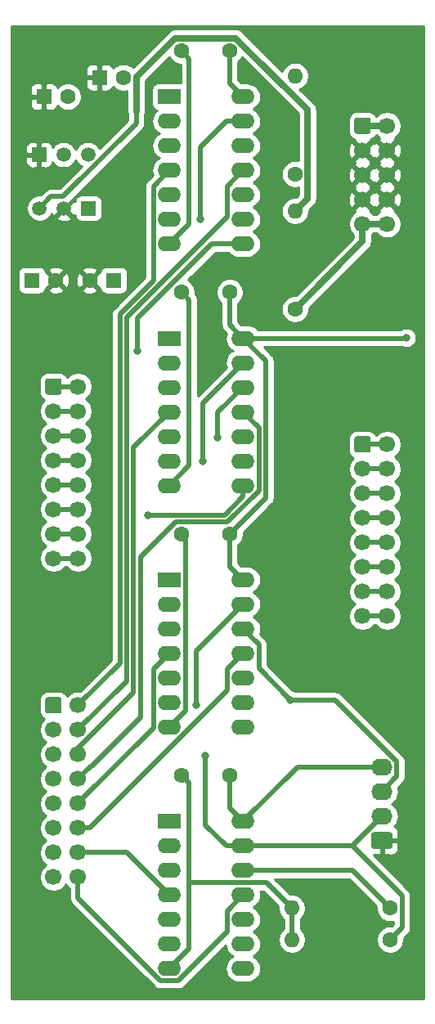
<source format=gbr>
%TF.GenerationSoftware,KiCad,Pcbnew,5.1.10-88a1d61d58~88~ubuntu20.10.1*%
%TF.CreationDate,2021-06-30T17:02:04+02:00*%
%TF.ProjectId,multiplexer-8,6d756c74-6970-46c6-9578-65722d382e6b,v1.0.0*%
%TF.SameCoordinates,Original*%
%TF.FileFunction,Copper,L1,Top*%
%TF.FilePolarity,Positive*%
%FSLAX46Y46*%
G04 Gerber Fmt 4.6, Leading zero omitted, Abs format (unit mm)*
G04 Created by KiCad (PCBNEW 5.1.10-88a1d61d58~88~ubuntu20.10.1) date 2021-06-30 17:02:04*
%MOMM*%
%LPD*%
G01*
G04 APERTURE LIST*
%TA.AperFunction,ComponentPad*%
%ADD10R,1.500000X1.500000*%
%TD*%
%TA.AperFunction,ComponentPad*%
%ADD11C,1.500000*%
%TD*%
%TA.AperFunction,ComponentPad*%
%ADD12O,2.190000X1.740000*%
%TD*%
%TA.AperFunction,ComponentPad*%
%ADD13O,1.600000X1.600000*%
%TD*%
%TA.AperFunction,ComponentPad*%
%ADD14C,1.600000*%
%TD*%
%TA.AperFunction,ComponentPad*%
%ADD15C,1.700000*%
%TD*%
%TA.AperFunction,ComponentPad*%
%ADD16R,1.600000X1.600000*%
%TD*%
%TA.AperFunction,ComponentPad*%
%ADD17O,2.400000X1.600000*%
%TD*%
%TA.AperFunction,ComponentPad*%
%ADD18R,2.400000X1.600000*%
%TD*%
%TA.AperFunction,ViaPad*%
%ADD19C,3.300000*%
%TD*%
%TA.AperFunction,ViaPad*%
%ADD20C,0.800000*%
%TD*%
%TA.AperFunction,Conductor*%
%ADD21C,0.508000*%
%TD*%
%TA.AperFunction,Conductor*%
%ADD22C,0.635000*%
%TD*%
%TA.AperFunction,Conductor*%
%ADD23C,0.254000*%
%TD*%
%TA.AperFunction,Conductor*%
%ADD24C,0.100000*%
%TD*%
G04 APERTURE END LIST*
D10*
%TO.P,U3,1*%
%TO.N,GND*%
X65500000Y-51000000D03*
D11*
%TO.P,U3,3*%
%TO.N,-5V*%
X70580000Y-51000000D03*
%TO.P,U3,2*%
%TO.N,Net-(C3-Pad2)*%
X68040000Y-51000000D03*
%TD*%
D10*
%TO.P,U2,1*%
%TO.N,+5V*%
X70625048Y-56549880D03*
D11*
%TO.P,U2,3*%
%TO.N,Net-(C2-Pad1)*%
X65545048Y-56549880D03*
%TO.P,U2,2*%
%TO.N,GND*%
X68085048Y-56549880D03*
%TD*%
D12*
%TO.P,J3,4*%
%TO.N,+5V*%
X101000000Y-114380000D03*
%TO.P,J3,3*%
%TO.N,/MUX1/SELECT_B*%
X101000000Y-116920000D03*
%TO.P,J3,2*%
%TO.N,/MUX1/SELECT_A*%
X101000000Y-119460000D03*
%TO.P,J3,1*%
%TO.N,GND*%
%TA.AperFunction,ComponentPad*%
G36*
G01*
X101845001Y-122870000D02*
X100154999Y-122870000D01*
G75*
G02*
X99905000Y-122620001I0J249999D01*
G01*
X99905000Y-121379999D01*
G75*
G02*
X100154999Y-121130000I249999J0D01*
G01*
X101845001Y-121130000D01*
G75*
G02*
X102095000Y-121379999I0J-249999D01*
G01*
X102095000Y-122620001D01*
G75*
G02*
X101845001Y-122870000I-249999J0D01*
G01*
G37*
%TD.AperFunction*%
%TD*%
D13*
%TO.P,FB2,2*%
%TO.N,Net-(C3-Pad2)*%
X92000000Y-42840000D03*
D14*
%TO.P,FB2,1*%
%TO.N,Net-(FB2-Pad1)*%
X92000000Y-53000000D03*
%TD*%
D13*
%TO.P,FB1,2*%
%TO.N,Net-(C2-Pad1)*%
X92000000Y-56840000D03*
D14*
%TO.P,FB1,1*%
%TO.N,Net-(FB1-Pad1)*%
X92000000Y-67000000D03*
%TD*%
D15*
%TO.P,J5,10*%
%TO.N,Net-(FB1-Pad1)*%
X101540000Y-58160000D03*
%TO.P,J5,8*%
%TO.N,GND*%
X101540000Y-55620000D03*
%TO.P,J5,6*%
X101540000Y-53080000D03*
%TO.P,J5,4*%
X101540000Y-50540000D03*
%TO.P,J5,2*%
%TO.N,Net-(FB2-Pad1)*%
X101540000Y-48000000D03*
%TO.P,J5,9*%
%TO.N,Net-(FB1-Pad1)*%
X99000000Y-58160000D03*
%TO.P,J5,7*%
%TO.N,GND*%
X99000000Y-55620000D03*
%TO.P,J5,5*%
X99000000Y-53080000D03*
%TO.P,J5,3*%
X99000000Y-50540000D03*
%TO.P,J5,1*%
%TO.N,Net-(FB2-Pad1)*%
%TA.AperFunction,ComponentPad*%
G36*
G01*
X98150000Y-48600000D02*
X98150000Y-47400000D01*
G75*
G02*
X98400000Y-47150000I250000J0D01*
G01*
X99600000Y-47150000D01*
G75*
G02*
X99850000Y-47400000I0J-250000D01*
G01*
X99850000Y-48600000D01*
G75*
G02*
X99600000Y-48850000I-250000J0D01*
G01*
X98400000Y-48850000D01*
G75*
G02*
X98150000Y-48600000I0J250000D01*
G01*
G37*
%TD.AperFunction*%
%TD*%
D14*
%TO.P,C5,2*%
%TO.N,-5V*%
X74250000Y-43000000D03*
D16*
%TO.P,C5,1*%
%TO.N,GND*%
X71750000Y-43000000D03*
%TD*%
D14*
%TO.P,C4,2*%
%TO.N,GND*%
X70750000Y-64000000D03*
D16*
%TO.P,C4,1*%
%TO.N,+5V*%
X73250000Y-64000000D03*
%TD*%
D14*
%TO.P,C3,2*%
%TO.N,Net-(C3-Pad2)*%
X68500000Y-45000000D03*
D16*
%TO.P,C3,1*%
%TO.N,GND*%
X66000000Y-45000000D03*
%TD*%
D14*
%TO.P,C2,2*%
%TO.N,GND*%
X67250000Y-64000000D03*
D16*
%TO.P,C2,1*%
%TO.N,Net-(C2-Pad1)*%
X64750000Y-64000000D03*
%TD*%
D17*
%TO.P,U6,14*%
%TO.N,+5V*%
X86620000Y-120000000D03*
%TO.P,U6,7*%
%TO.N,-5V*%
X79000000Y-135240000D03*
%TO.P,U6,13*%
%TO.N,/MUX1/SELECT_A*%
X86620000Y-122540000D03*
%TO.P,U6,6*%
X79000000Y-132700000D03*
%TO.P,U6,12*%
%TO.N,/MUX1/SELECT_B*%
X86620000Y-125080000D03*
%TO.P,U6,5*%
X79000000Y-130160000D03*
%TO.P,U6,11*%
%TO.N,/MUX4/B2*%
X86620000Y-127620000D03*
%TO.P,U6,4*%
%TO.N,/MUX4/B1*%
X79000000Y-127620000D03*
%TO.P,U6,10*%
%TO.N,/MUX4/OUT_2*%
X86620000Y-130160000D03*
%TO.P,U6,3*%
%TO.N,/MUX4/OUT_1*%
X79000000Y-125080000D03*
%TO.P,U6,9*%
%TO.N,/MUX4/OUT_2*%
X86620000Y-132700000D03*
%TO.P,U6,2*%
%TO.N,/MUX4/OUT_1*%
X79000000Y-122540000D03*
%TO.P,U6,8*%
%TO.N,/MUX4/A2*%
X86620000Y-135240000D03*
D18*
%TO.P,U6,1*%
%TO.N,/MUX4/A1*%
X79000000Y-120000000D03*
%TD*%
D17*
%TO.P,U5,14*%
%TO.N,+5V*%
X86620000Y-95000000D03*
%TO.P,U5,7*%
%TO.N,-5V*%
X79000000Y-110240000D03*
%TO.P,U5,13*%
%TO.N,/MUX1/SELECT_A*%
X86620000Y-97540000D03*
%TO.P,U5,6*%
X79000000Y-107700000D03*
%TO.P,U5,12*%
%TO.N,/MUX1/SELECT_B*%
X86620000Y-100080000D03*
%TO.P,U5,5*%
X79000000Y-105160000D03*
%TO.P,U5,11*%
%TO.N,/MUX3/B2*%
X86620000Y-102620000D03*
%TO.P,U5,4*%
%TO.N,/MUX3/B1*%
X79000000Y-102620000D03*
%TO.P,U5,10*%
%TO.N,/MUX3/OUT_2*%
X86620000Y-105160000D03*
%TO.P,U5,3*%
%TO.N,/MUX3/OUT_1*%
X79000000Y-100080000D03*
%TO.P,U5,9*%
%TO.N,/MUX3/OUT_2*%
X86620000Y-107700000D03*
%TO.P,U5,2*%
%TO.N,/MUX3/OUT_1*%
X79000000Y-97540000D03*
%TO.P,U5,8*%
%TO.N,/MUX3/A2*%
X86620000Y-110240000D03*
D18*
%TO.P,U5,1*%
%TO.N,/MUX3/A1*%
X79000000Y-95000000D03*
%TD*%
D17*
%TO.P,U4,14*%
%TO.N,+5V*%
X86620000Y-70000000D03*
%TO.P,U4,7*%
%TO.N,-5V*%
X79000000Y-85240000D03*
%TO.P,U4,13*%
%TO.N,/MUX1/SELECT_A*%
X86620000Y-72540000D03*
%TO.P,U4,6*%
X79000000Y-82700000D03*
%TO.P,U4,12*%
%TO.N,/MUX1/SELECT_B*%
X86620000Y-75080000D03*
%TO.P,U4,5*%
X79000000Y-80160000D03*
%TO.P,U4,11*%
%TO.N,/MUX2/B2*%
X86620000Y-77620000D03*
%TO.P,U4,4*%
%TO.N,/MUX2/B1*%
X79000000Y-77620000D03*
%TO.P,U4,10*%
%TO.N,/MUX2/OUT_2*%
X86620000Y-80160000D03*
%TO.P,U4,3*%
%TO.N,/MUX2/OUT_1*%
X79000000Y-75080000D03*
%TO.P,U4,9*%
%TO.N,/MUX2/OUT_2*%
X86620000Y-82700000D03*
%TO.P,U4,2*%
%TO.N,/MUX2/OUT_1*%
X79000000Y-72540000D03*
%TO.P,U4,8*%
%TO.N,/MUX2/A2*%
X86620000Y-85240000D03*
D18*
%TO.P,U4,1*%
%TO.N,/MUX2/A1*%
X79000000Y-70000000D03*
%TD*%
D13*
%TO.P,R2,2*%
%TO.N,-5V*%
X91700000Y-132250000D03*
D14*
%TO.P,R2,1*%
%TO.N,/MUX1/SELECT_A*%
X101860000Y-132250000D03*
%TD*%
D13*
%TO.P,R1,2*%
%TO.N,-5V*%
X91700000Y-129000000D03*
D14*
%TO.P,R1,1*%
%TO.N,/MUX1/SELECT_B*%
X101860000Y-129000000D03*
%TD*%
D15*
%TO.P,J4,16*%
%TO.N,/MUX4/OUT_2*%
X101540000Y-98780000D03*
%TO.P,J4,14*%
%TO.N,/MUX4/OUT_1*%
X101540000Y-96240000D03*
%TO.P,J4,12*%
%TO.N,/MUX3/OUT_2*%
X101540000Y-93700000D03*
%TO.P,J4,10*%
%TO.N,/MUX3/OUT_1*%
X101540000Y-91160000D03*
%TO.P,J4,8*%
%TO.N,/MUX2/OUT_2*%
X101540000Y-88620000D03*
%TO.P,J4,6*%
%TO.N,/MUX2/OUT_1*%
X101540000Y-86080000D03*
%TO.P,J4,4*%
%TO.N,/MUX1/OUT_2*%
X101540000Y-83540000D03*
%TO.P,J4,2*%
%TO.N,/MUX1/OUT_1*%
X101540000Y-81000000D03*
%TO.P,J4,15*%
%TO.N,/MUX4/OUT_2*%
X99000000Y-98780000D03*
%TO.P,J4,13*%
%TO.N,/MUX4/OUT_1*%
X99000000Y-96240000D03*
%TO.P,J4,11*%
%TO.N,/MUX3/OUT_2*%
X99000000Y-93700000D03*
%TO.P,J4,9*%
%TO.N,/MUX3/OUT_1*%
X99000000Y-91160000D03*
%TO.P,J4,7*%
%TO.N,/MUX2/OUT_2*%
X99000000Y-88620000D03*
%TO.P,J4,5*%
%TO.N,/MUX2/OUT_1*%
X99000000Y-86080000D03*
%TO.P,J4,3*%
%TO.N,/MUX1/OUT_2*%
X99000000Y-83540000D03*
%TO.P,J4,1*%
%TO.N,/MUX1/OUT_1*%
%TA.AperFunction,ComponentPad*%
G36*
G01*
X98150000Y-81600000D02*
X98150000Y-80400000D01*
G75*
G02*
X98400000Y-80150000I250000J0D01*
G01*
X99600000Y-80150000D01*
G75*
G02*
X99850000Y-80400000I0J-250000D01*
G01*
X99850000Y-81600000D01*
G75*
G02*
X99600000Y-81850000I-250000J0D01*
G01*
X98400000Y-81850000D01*
G75*
G02*
X98150000Y-81600000I0J250000D01*
G01*
G37*
%TD.AperFunction*%
%TD*%
%TO.P,J2,16*%
%TO.N,/MUX4/B2*%
X69540000Y-125780000D03*
%TO.P,J2,14*%
%TO.N,/MUX4/B1*%
X69540000Y-123240000D03*
%TO.P,J2,12*%
%TO.N,/MUX3/B2*%
X69540000Y-120700000D03*
%TO.P,J2,10*%
%TO.N,/MUX3/B1*%
X69540000Y-118160000D03*
%TO.P,J2,8*%
%TO.N,/MUX2/B2*%
X69540000Y-115620000D03*
%TO.P,J2,6*%
%TO.N,/MUX2/B1*%
X69540000Y-113080000D03*
%TO.P,J2,4*%
%TO.N,/MUX1/B2*%
X69540000Y-110540000D03*
%TO.P,J2,2*%
%TO.N,/MUX1/B1*%
X69540000Y-108000000D03*
%TO.P,J2,15*%
%TO.N,/MUX4/B2*%
X67000000Y-125780000D03*
%TO.P,J2,13*%
%TO.N,/MUX4/B1*%
X67000000Y-123240000D03*
%TO.P,J2,11*%
%TO.N,/MUX3/B2*%
X67000000Y-120700000D03*
%TO.P,J2,9*%
%TO.N,/MUX3/B1*%
X67000000Y-118160000D03*
%TO.P,J2,7*%
%TO.N,/MUX2/B2*%
X67000000Y-115620000D03*
%TO.P,J2,5*%
%TO.N,/MUX2/B1*%
X67000000Y-113080000D03*
%TO.P,J2,3*%
%TO.N,/MUX1/B2*%
X67000000Y-110540000D03*
%TO.P,J2,1*%
%TO.N,/MUX1/B1*%
%TA.AperFunction,ComponentPad*%
G36*
G01*
X66150000Y-108600000D02*
X66150000Y-107400000D01*
G75*
G02*
X66400000Y-107150000I250000J0D01*
G01*
X67600000Y-107150000D01*
G75*
G02*
X67850000Y-107400000I0J-250000D01*
G01*
X67850000Y-108600000D01*
G75*
G02*
X67600000Y-108850000I-250000J0D01*
G01*
X66400000Y-108850000D01*
G75*
G02*
X66150000Y-108600000I0J250000D01*
G01*
G37*
%TD.AperFunction*%
%TD*%
%TO.P,J1,16*%
%TO.N,/MUX4/A2*%
X69540000Y-92780000D03*
%TO.P,J1,14*%
%TO.N,/MUX4/A1*%
X69540000Y-90240000D03*
%TO.P,J1,12*%
%TO.N,/MUX3/A2*%
X69540000Y-87700000D03*
%TO.P,J1,10*%
%TO.N,/MUX3/A1*%
X69540000Y-85160000D03*
%TO.P,J1,8*%
%TO.N,/MUX2/A2*%
X69540000Y-82620000D03*
%TO.P,J1,6*%
%TO.N,/MUX2/A1*%
X69540000Y-80080000D03*
%TO.P,J1,4*%
%TO.N,/MUX1/A2*%
X69540000Y-77540000D03*
%TO.P,J1,2*%
%TO.N,/MUX1/A1*%
X69540000Y-75000000D03*
%TO.P,J1,15*%
%TO.N,/MUX4/A2*%
X67000000Y-92780000D03*
%TO.P,J1,13*%
%TO.N,/MUX4/A1*%
X67000000Y-90240000D03*
%TO.P,J1,11*%
%TO.N,/MUX3/A2*%
X67000000Y-87700000D03*
%TO.P,J1,9*%
%TO.N,/MUX3/A1*%
X67000000Y-85160000D03*
%TO.P,J1,7*%
%TO.N,/MUX2/A2*%
X67000000Y-82620000D03*
%TO.P,J1,5*%
%TO.N,/MUX2/A1*%
X67000000Y-80080000D03*
%TO.P,J1,3*%
%TO.N,/MUX1/A2*%
X67000000Y-77540000D03*
%TO.P,J1,1*%
%TO.N,/MUX1/A1*%
%TA.AperFunction,ComponentPad*%
G36*
G01*
X66150000Y-75600000D02*
X66150000Y-74400000D01*
G75*
G02*
X66400000Y-74150000I250000J0D01*
G01*
X67600000Y-74150000D01*
G75*
G02*
X67850000Y-74400000I0J-250000D01*
G01*
X67850000Y-75600000D01*
G75*
G02*
X67600000Y-75850000I-250000J0D01*
G01*
X66400000Y-75850000D01*
G75*
G02*
X66150000Y-75600000I0J250000D01*
G01*
G37*
%TD.AperFunction*%
%TD*%
D14*
%TO.P,C8,2*%
%TO.N,-5V*%
X80250000Y-90250000D03*
%TO.P,C8,1*%
%TO.N,+5V*%
X85250000Y-90250000D03*
%TD*%
%TO.P,C7,2*%
%TO.N,-5V*%
X80250000Y-115250000D03*
%TO.P,C7,1*%
%TO.N,+5V*%
X85250000Y-115250000D03*
%TD*%
%TO.P,C6,2*%
%TO.N,-5V*%
X80250000Y-65250000D03*
%TO.P,C6,1*%
%TO.N,+5V*%
X85250000Y-65250000D03*
%TD*%
D17*
%TO.P,U1,14*%
%TO.N,+5V*%
X86620000Y-45000000D03*
%TO.P,U1,7*%
%TO.N,-5V*%
X79000000Y-60240000D03*
%TO.P,U1,13*%
%TO.N,/MUX1/SELECT_A*%
X86620000Y-47540000D03*
%TO.P,U1,6*%
X79000000Y-57700000D03*
%TO.P,U1,12*%
%TO.N,/MUX1/SELECT_B*%
X86620000Y-50080000D03*
%TO.P,U1,5*%
X79000000Y-55160000D03*
%TO.P,U1,11*%
%TO.N,/MUX1/B2*%
X86620000Y-52620000D03*
%TO.P,U1,4*%
%TO.N,/MUX1/B1*%
X79000000Y-52620000D03*
%TO.P,U1,10*%
%TO.N,/MUX1/OUT_2*%
X86620000Y-55160000D03*
%TO.P,U1,3*%
%TO.N,/MUX1/OUT_1*%
X79000000Y-50080000D03*
%TO.P,U1,9*%
%TO.N,/MUX1/OUT_2*%
X86620000Y-57700000D03*
%TO.P,U1,2*%
%TO.N,/MUX1/OUT_1*%
X79000000Y-47540000D03*
%TO.P,U1,8*%
%TO.N,/MUX1/A2*%
X86620000Y-60240000D03*
D18*
%TO.P,U1,1*%
%TO.N,/MUX1/A1*%
X79000000Y-45000000D03*
%TD*%
D14*
%TO.P,C1,2*%
%TO.N,-5V*%
X80250000Y-40250000D03*
%TO.P,C1,1*%
%TO.N,+5V*%
X85250000Y-40250000D03*
%TD*%
D19*
%TO.N,GND*%
X103500000Y-136500000D03*
X64500000Y-136500000D03*
X103500000Y-39500000D03*
X64500000Y-39500000D03*
D20*
%TO.N,+5V*%
X103552011Y-69947989D03*
%TO.N,/MUX1/SELECT_A*%
X82750000Y-113250000D03*
X81800000Y-107950000D03*
X82450000Y-82700000D03*
X82200000Y-57700000D03*
%TO.N,/MUX1/SELECT_B*%
X91540000Y-107460000D03*
X84000000Y-80250000D03*
%TO.N,/MUX1/A2*%
X75708010Y-71291990D03*
%TO.N,/MUX2/A2*%
X76787989Y-88287989D03*
%TD*%
D21*
%TO.N,-5V*%
X80654010Y-108585990D02*
X79000000Y-110240000D01*
X80654010Y-90654010D02*
X80654010Y-108585990D01*
X80250000Y-90250000D02*
X80654010Y-90654010D01*
X81049999Y-133190001D02*
X79000000Y-135240000D01*
X80250000Y-115250000D02*
X81049999Y-116049999D01*
X81049999Y-66049999D02*
X80250000Y-65250000D01*
X81049999Y-83190001D02*
X81049999Y-66049999D01*
X79000000Y-85240000D02*
X81049999Y-83190001D01*
X81049999Y-58190001D02*
X79000000Y-60240000D01*
X81049999Y-41049999D02*
X81049999Y-58190001D01*
X80250000Y-40250000D02*
X81049999Y-41049999D01*
X91700000Y-132250000D02*
X91700000Y-129000000D01*
X81065990Y-126365990D02*
X81049999Y-126349999D01*
X89065990Y-126365990D02*
X81065990Y-126365990D01*
X91700000Y-129000000D02*
X89065990Y-126365990D01*
X81049999Y-126349999D02*
X81049999Y-133190001D01*
X81049999Y-116049999D02*
X81049999Y-126349999D01*
%TO.N,+5V*%
X84965990Y-64965990D02*
X85250000Y-65250000D01*
X85250000Y-93630000D02*
X86620000Y-95000000D01*
X85250000Y-90250000D02*
X85250000Y-93630000D01*
X85250000Y-118630000D02*
X86620000Y-120000000D01*
X85250000Y-115250000D02*
X85250000Y-118630000D01*
X85250000Y-68630000D02*
X86620000Y-70000000D01*
X85250000Y-65250000D02*
X85250000Y-68630000D01*
X85250000Y-43630000D02*
X86620000Y-45000000D01*
X85250000Y-40250000D02*
X85250000Y-43630000D01*
X88982020Y-86517980D02*
X85250000Y-90250000D01*
X88982020Y-72362020D02*
X88982020Y-86517980D01*
X86620000Y-70000000D02*
X88982020Y-72362020D01*
X92240000Y-114380000D02*
X86620000Y-120000000D01*
X101000000Y-114380000D02*
X92240000Y-114380000D01*
X103500000Y-70000000D02*
X103552011Y-69947989D01*
X86620000Y-70000000D02*
X103500000Y-70000000D01*
%TO.N,/MUX1/SELECT_A*%
X97920000Y-122540000D02*
X101000000Y-119460000D01*
X86620000Y-122540000D02*
X97920000Y-122540000D01*
X84912000Y-122540000D02*
X82750000Y-120378000D01*
X86620000Y-122540000D02*
X84912000Y-122540000D01*
X82750000Y-120378000D02*
X82750000Y-113250000D01*
X82750000Y-113250000D02*
X82750000Y-113250000D01*
X81800000Y-102360000D02*
X81800000Y-107950000D01*
X86620000Y-97540000D02*
X81800000Y-102360000D01*
X82450000Y-76710000D02*
X86620000Y-72540000D01*
X82450000Y-82700000D02*
X82450000Y-76710000D01*
X82200000Y-50252000D02*
X82200000Y-57700000D01*
X84912000Y-47540000D02*
X82200000Y-50252000D01*
X86620000Y-47540000D02*
X84912000Y-47540000D01*
X103114001Y-130995999D02*
X101860000Y-132250000D01*
X103114001Y-127734001D02*
X103114001Y-130995999D01*
X97920000Y-122540000D02*
X103114001Y-127734001D01*
%TO.N,/MUX1/SELECT_B*%
X97940000Y-125080000D02*
X101860000Y-129000000D01*
X86620000Y-125080000D02*
X97940000Y-125080000D01*
X88274010Y-104194010D02*
X91540000Y-107460000D01*
X88274010Y-101734010D02*
X88274010Y-104194010D01*
X86620000Y-100080000D02*
X88274010Y-101734010D01*
X96177432Y-107460000D02*
X91540000Y-107460000D01*
X102549010Y-113831578D02*
X96177432Y-107460000D01*
X102549010Y-115370990D02*
X102549010Y-113831578D01*
X101000000Y-116920000D02*
X102549010Y-115370990D01*
X86620000Y-75080000D02*
X84000000Y-77700000D01*
X84000000Y-77700000D02*
X84000000Y-80250000D01*
X84000000Y-80250000D02*
X84000000Y-80250000D01*
%TO.N,/MUX1/B2*%
X69540000Y-110540000D02*
X74583980Y-105496020D01*
X84965990Y-54274010D02*
X84965990Y-57451970D01*
X86620000Y-52620000D02*
X84965990Y-54274010D01*
X84965990Y-57451970D02*
X74583980Y-67833980D01*
X74583980Y-105496020D02*
X74583980Y-67833980D01*
%TO.N,/MUX1/B1*%
X73875970Y-103664030D02*
X69540000Y-108000000D01*
X77345990Y-64070693D02*
X73875970Y-67540713D01*
X77345990Y-54274010D02*
X77345990Y-64070693D01*
X73875970Y-67540713D02*
X73875970Y-103664030D01*
X79000000Y-52620000D02*
X77345990Y-54274010D01*
%TO.N,/MUX1/A2*%
X83404078Y-60240000D02*
X86620000Y-60240000D01*
X75708010Y-67936068D02*
X83404078Y-60240000D01*
X75708010Y-71291990D02*
X75708010Y-67936068D01*
X69540000Y-77540000D02*
X67000000Y-77540000D01*
%TO.N,/MUX1/A1*%
X69540000Y-75000000D02*
X67000000Y-75000000D01*
%TO.N,/MUX4/A2*%
X69540000Y-92780000D02*
X67000000Y-92780000D01*
%TO.N,/MUX4/A1*%
X69540000Y-90240000D02*
X67000000Y-90240000D01*
%TO.N,/MUX3/A2*%
X69540000Y-87700000D02*
X67000000Y-87700000D01*
%TO.N,/MUX3/A1*%
X69540000Y-85160000D02*
X67000000Y-85160000D01*
%TO.N,/MUX2/A2*%
X86620000Y-85240000D02*
X86620000Y-86412161D01*
X84744172Y-88287989D02*
X76787989Y-88287989D01*
X86620000Y-86412161D02*
X84744172Y-88287989D01*
X76787989Y-88287989D02*
X76787989Y-88287989D01*
X69540000Y-82620000D02*
X67000000Y-82620000D01*
%TO.N,/MUX2/A1*%
X69540000Y-80080000D02*
X67000000Y-80080000D01*
%TO.N,/MUX4/B2*%
X69540000Y-127953437D02*
X69540000Y-125780000D01*
X79919427Y-136494010D02*
X78080573Y-136494010D01*
X84965990Y-131447447D02*
X79919427Y-136494010D01*
X78080573Y-136494010D02*
X69540000Y-127953437D01*
X84965990Y-129274010D02*
X84965990Y-131447447D01*
X86620000Y-127620000D02*
X84965990Y-129274010D01*
%TO.N,/MUX3/B2*%
X84965990Y-104274010D02*
X86620000Y-102620000D01*
X84965990Y-106476091D02*
X84965990Y-104274010D01*
X70742081Y-120700000D02*
X84965990Y-106476091D01*
X69540000Y-120700000D02*
X70742081Y-120700000D01*
%TO.N,/MUX3/B1*%
X77345990Y-104274010D02*
X79000000Y-102620000D01*
X77345990Y-110354010D02*
X77345990Y-104274010D01*
X69540000Y-118160000D02*
X77345990Y-110354010D01*
%TO.N,/MUX2/B2*%
X70844001Y-114315999D02*
X70934001Y-114315999D01*
X69540000Y-115620000D02*
X70844001Y-114315999D01*
X70934001Y-114315999D02*
X76000000Y-109250000D01*
X76000000Y-109250000D02*
X76000000Y-92644078D01*
X88274010Y-79274010D02*
X86620000Y-77620000D01*
X88274010Y-85759427D02*
X88274010Y-79274010D01*
X85037438Y-88995999D02*
X88274010Y-85759427D01*
X79648079Y-88995999D02*
X85037438Y-88995999D01*
X76000000Y-92644078D02*
X79648079Y-88995999D01*
%TO.N,/MUX2/B1*%
X75291990Y-81328010D02*
X79000000Y-77620000D01*
X75291990Y-106717932D02*
X75291990Y-81328010D01*
X69540000Y-112469922D02*
X75291990Y-106717932D01*
X69540000Y-113080000D02*
X69540000Y-112469922D01*
%TO.N,/MUX4/OUT_2*%
X99000000Y-98780000D02*
X101540000Y-98780000D01*
%TO.N,/MUX4/OUT_1*%
X99000000Y-96240000D02*
X101540000Y-96240000D01*
%TO.N,/MUX3/OUT_2*%
X99000000Y-93700000D02*
X101540000Y-93700000D01*
%TO.N,/MUX3/OUT_1*%
X99000000Y-91160000D02*
X101540000Y-91160000D01*
%TO.N,/MUX2/OUT_2*%
X99000000Y-88620000D02*
X101540000Y-88620000D01*
%TO.N,/MUX2/OUT_1*%
X99000000Y-86080000D02*
X101540000Y-86080000D01*
%TO.N,/MUX1/OUT_2*%
X99000000Y-83540000D02*
X101540000Y-83540000D01*
%TO.N,/MUX1/OUT_1*%
X99000000Y-81000000D02*
X101540000Y-81000000D01*
D22*
%TO.N,Net-(C2-Pad1)*%
X75567501Y-42982597D02*
X75567501Y-46527427D01*
X79617599Y-38932499D02*
X75567501Y-42982597D01*
X85882401Y-38932499D02*
X79617599Y-38932499D01*
X93317501Y-46367599D02*
X85882401Y-38932499D01*
X93317501Y-55522499D02*
X93317501Y-46367599D01*
X92000000Y-56840000D02*
X93317501Y-55522499D01*
D21*
X66749049Y-55345879D02*
X65545048Y-56549880D01*
X75567501Y-47794421D02*
X68016043Y-55345879D01*
X68016043Y-55345879D02*
X66749049Y-55345879D01*
X75567501Y-46527427D02*
X75567501Y-47794421D01*
%TO.N,/MUX4/B1*%
X74620000Y-123240000D02*
X79000000Y-127620000D01*
X69540000Y-123240000D02*
X74620000Y-123240000D01*
D22*
%TO.N,Net-(FB1-Pad1)*%
X99000000Y-60000000D02*
X92000000Y-67000000D01*
X99000000Y-58160000D02*
X99000000Y-60000000D01*
X99000000Y-58160000D02*
X101540000Y-58160000D01*
%TO.N,Net-(FB2-Pad1)*%
X99000000Y-48000000D02*
X101540000Y-48000000D01*
%TD*%
D23*
%TO.N,GND*%
X105340001Y-138340000D02*
X62660000Y-138340000D01*
X62660000Y-74400000D01*
X65511928Y-74400000D01*
X65511928Y-75600000D01*
X65528992Y-75773254D01*
X65579528Y-75939850D01*
X65661595Y-76093386D01*
X65772038Y-76227962D01*
X65906614Y-76338405D01*
X66033608Y-76406285D01*
X65846525Y-76593368D01*
X65684010Y-76836589D01*
X65572068Y-77106842D01*
X65515000Y-77393740D01*
X65515000Y-77686260D01*
X65572068Y-77973158D01*
X65684010Y-78243411D01*
X65846525Y-78486632D01*
X66053368Y-78693475D01*
X66227760Y-78810000D01*
X66053368Y-78926525D01*
X65846525Y-79133368D01*
X65684010Y-79376589D01*
X65572068Y-79646842D01*
X65515000Y-79933740D01*
X65515000Y-80226260D01*
X65572068Y-80513158D01*
X65684010Y-80783411D01*
X65846525Y-81026632D01*
X66053368Y-81233475D01*
X66227760Y-81350000D01*
X66053368Y-81466525D01*
X65846525Y-81673368D01*
X65684010Y-81916589D01*
X65572068Y-82186842D01*
X65515000Y-82473740D01*
X65515000Y-82766260D01*
X65572068Y-83053158D01*
X65684010Y-83323411D01*
X65846525Y-83566632D01*
X66053368Y-83773475D01*
X66227760Y-83890000D01*
X66053368Y-84006525D01*
X65846525Y-84213368D01*
X65684010Y-84456589D01*
X65572068Y-84726842D01*
X65515000Y-85013740D01*
X65515000Y-85306260D01*
X65572068Y-85593158D01*
X65684010Y-85863411D01*
X65846525Y-86106632D01*
X66053368Y-86313475D01*
X66227760Y-86430000D01*
X66053368Y-86546525D01*
X65846525Y-86753368D01*
X65684010Y-86996589D01*
X65572068Y-87266842D01*
X65515000Y-87553740D01*
X65515000Y-87846260D01*
X65572068Y-88133158D01*
X65684010Y-88403411D01*
X65846525Y-88646632D01*
X66053368Y-88853475D01*
X66227760Y-88970000D01*
X66053368Y-89086525D01*
X65846525Y-89293368D01*
X65684010Y-89536589D01*
X65572068Y-89806842D01*
X65515000Y-90093740D01*
X65515000Y-90386260D01*
X65572068Y-90673158D01*
X65684010Y-90943411D01*
X65846525Y-91186632D01*
X66053368Y-91393475D01*
X66227760Y-91510000D01*
X66053368Y-91626525D01*
X65846525Y-91833368D01*
X65684010Y-92076589D01*
X65572068Y-92346842D01*
X65515000Y-92633740D01*
X65515000Y-92926260D01*
X65572068Y-93213158D01*
X65684010Y-93483411D01*
X65846525Y-93726632D01*
X66053368Y-93933475D01*
X66296589Y-94095990D01*
X66566842Y-94207932D01*
X66853740Y-94265000D01*
X67146260Y-94265000D01*
X67433158Y-94207932D01*
X67703411Y-94095990D01*
X67946632Y-93933475D01*
X68153475Y-93726632D01*
X68191983Y-93669000D01*
X68348017Y-93669000D01*
X68386525Y-93726632D01*
X68593368Y-93933475D01*
X68836589Y-94095990D01*
X69106842Y-94207932D01*
X69393740Y-94265000D01*
X69686260Y-94265000D01*
X69973158Y-94207932D01*
X70243411Y-94095990D01*
X70486632Y-93933475D01*
X70693475Y-93726632D01*
X70855990Y-93483411D01*
X70967932Y-93213158D01*
X71025000Y-92926260D01*
X71025000Y-92633740D01*
X70967932Y-92346842D01*
X70855990Y-92076589D01*
X70693475Y-91833368D01*
X70486632Y-91626525D01*
X70312240Y-91510000D01*
X70486632Y-91393475D01*
X70693475Y-91186632D01*
X70855990Y-90943411D01*
X70967932Y-90673158D01*
X71025000Y-90386260D01*
X71025000Y-90093740D01*
X70967932Y-89806842D01*
X70855990Y-89536589D01*
X70693475Y-89293368D01*
X70486632Y-89086525D01*
X70312240Y-88970000D01*
X70486632Y-88853475D01*
X70693475Y-88646632D01*
X70855990Y-88403411D01*
X70967932Y-88133158D01*
X71025000Y-87846260D01*
X71025000Y-87553740D01*
X70967932Y-87266842D01*
X70855990Y-86996589D01*
X70693475Y-86753368D01*
X70486632Y-86546525D01*
X70312240Y-86430000D01*
X70486632Y-86313475D01*
X70693475Y-86106632D01*
X70855990Y-85863411D01*
X70967932Y-85593158D01*
X71025000Y-85306260D01*
X71025000Y-85013740D01*
X70967932Y-84726842D01*
X70855990Y-84456589D01*
X70693475Y-84213368D01*
X70486632Y-84006525D01*
X70312240Y-83890000D01*
X70486632Y-83773475D01*
X70693475Y-83566632D01*
X70855990Y-83323411D01*
X70967932Y-83053158D01*
X71025000Y-82766260D01*
X71025000Y-82473740D01*
X70967932Y-82186842D01*
X70855990Y-81916589D01*
X70693475Y-81673368D01*
X70486632Y-81466525D01*
X70312240Y-81350000D01*
X70486632Y-81233475D01*
X70693475Y-81026632D01*
X70855990Y-80783411D01*
X70967932Y-80513158D01*
X71025000Y-80226260D01*
X71025000Y-79933740D01*
X70967932Y-79646842D01*
X70855990Y-79376589D01*
X70693475Y-79133368D01*
X70486632Y-78926525D01*
X70312240Y-78810000D01*
X70486632Y-78693475D01*
X70693475Y-78486632D01*
X70855990Y-78243411D01*
X70967932Y-77973158D01*
X71025000Y-77686260D01*
X71025000Y-77393740D01*
X70967932Y-77106842D01*
X70855990Y-76836589D01*
X70693475Y-76593368D01*
X70486632Y-76386525D01*
X70312240Y-76270000D01*
X70486632Y-76153475D01*
X70693475Y-75946632D01*
X70855990Y-75703411D01*
X70967932Y-75433158D01*
X71025000Y-75146260D01*
X71025000Y-74853740D01*
X70967932Y-74566842D01*
X70855990Y-74296589D01*
X70693475Y-74053368D01*
X70486632Y-73846525D01*
X70243411Y-73684010D01*
X69973158Y-73572068D01*
X69686260Y-73515000D01*
X69393740Y-73515000D01*
X69106842Y-73572068D01*
X68836589Y-73684010D01*
X68593368Y-73846525D01*
X68406285Y-74033608D01*
X68338405Y-73906614D01*
X68227962Y-73772038D01*
X68093386Y-73661595D01*
X67939850Y-73579528D01*
X67773254Y-73528992D01*
X67600000Y-73511928D01*
X66400000Y-73511928D01*
X66226746Y-73528992D01*
X66060150Y-73579528D01*
X65906614Y-73661595D01*
X65772038Y-73772038D01*
X65661595Y-73906614D01*
X65579528Y-74060150D01*
X65528992Y-74226746D01*
X65511928Y-74400000D01*
X62660000Y-74400000D01*
X62660000Y-63200000D01*
X63311928Y-63200000D01*
X63311928Y-64800000D01*
X63324188Y-64924482D01*
X63360498Y-65044180D01*
X63419463Y-65154494D01*
X63498815Y-65251185D01*
X63595506Y-65330537D01*
X63705820Y-65389502D01*
X63825518Y-65425812D01*
X63950000Y-65438072D01*
X65550000Y-65438072D01*
X65674482Y-65425812D01*
X65794180Y-65389502D01*
X65904494Y-65330537D01*
X66001185Y-65251185D01*
X66080537Y-65154494D01*
X66139502Y-65044180D01*
X66155117Y-64992702D01*
X66436903Y-64992702D01*
X66508486Y-65236671D01*
X66763996Y-65357571D01*
X67038184Y-65426300D01*
X67320512Y-65440217D01*
X67600130Y-65398787D01*
X67866292Y-65303603D01*
X67991514Y-65236671D01*
X68063097Y-64992702D01*
X69936903Y-64992702D01*
X70008486Y-65236671D01*
X70263996Y-65357571D01*
X70538184Y-65426300D01*
X70820512Y-65440217D01*
X71100130Y-65398787D01*
X71366292Y-65303603D01*
X71491514Y-65236671D01*
X71563097Y-64992702D01*
X70750000Y-64179605D01*
X69936903Y-64992702D01*
X68063097Y-64992702D01*
X67250000Y-64179605D01*
X66436903Y-64992702D01*
X66155117Y-64992702D01*
X66175812Y-64924482D01*
X66188072Y-64800000D01*
X66188072Y-64792785D01*
X66257298Y-64813097D01*
X67070395Y-64000000D01*
X67429605Y-64000000D01*
X68242702Y-64813097D01*
X68486671Y-64741514D01*
X68607571Y-64486004D01*
X68676300Y-64211816D01*
X68683265Y-64070512D01*
X69309783Y-64070512D01*
X69351213Y-64350130D01*
X69446397Y-64616292D01*
X69513329Y-64741514D01*
X69757298Y-64813097D01*
X70570395Y-64000000D01*
X70929605Y-64000000D01*
X71742702Y-64813097D01*
X71811928Y-64792785D01*
X71811928Y-64800000D01*
X71824188Y-64924482D01*
X71860498Y-65044180D01*
X71919463Y-65154494D01*
X71998815Y-65251185D01*
X72095506Y-65330537D01*
X72205820Y-65389502D01*
X72325518Y-65425812D01*
X72450000Y-65438072D01*
X74050000Y-65438072D01*
X74174482Y-65425812D01*
X74294180Y-65389502D01*
X74404494Y-65330537D01*
X74501185Y-65251185D01*
X74580537Y-65154494D01*
X74639502Y-65044180D01*
X74675812Y-64924482D01*
X74688072Y-64800000D01*
X74688072Y-63200000D01*
X74675812Y-63075518D01*
X74639502Y-62955820D01*
X74580537Y-62845506D01*
X74501185Y-62748815D01*
X74404494Y-62669463D01*
X74294180Y-62610498D01*
X74174482Y-62574188D01*
X74050000Y-62561928D01*
X72450000Y-62561928D01*
X72325518Y-62574188D01*
X72205820Y-62610498D01*
X72095506Y-62669463D01*
X71998815Y-62748815D01*
X71919463Y-62845506D01*
X71860498Y-62955820D01*
X71824188Y-63075518D01*
X71811928Y-63200000D01*
X71811928Y-63207215D01*
X71742702Y-63186903D01*
X70929605Y-64000000D01*
X70570395Y-64000000D01*
X69757298Y-63186903D01*
X69513329Y-63258486D01*
X69392429Y-63513996D01*
X69323700Y-63788184D01*
X69309783Y-64070512D01*
X68683265Y-64070512D01*
X68690217Y-63929488D01*
X68648787Y-63649870D01*
X68553603Y-63383708D01*
X68486671Y-63258486D01*
X68242702Y-63186903D01*
X67429605Y-64000000D01*
X67070395Y-64000000D01*
X66257298Y-63186903D01*
X66188072Y-63207215D01*
X66188072Y-63200000D01*
X66175812Y-63075518D01*
X66155118Y-63007298D01*
X66436903Y-63007298D01*
X67250000Y-63820395D01*
X68063097Y-63007298D01*
X69936903Y-63007298D01*
X70750000Y-63820395D01*
X71563097Y-63007298D01*
X71491514Y-62763329D01*
X71236004Y-62642429D01*
X70961816Y-62573700D01*
X70679488Y-62559783D01*
X70399870Y-62601213D01*
X70133708Y-62696397D01*
X70008486Y-62763329D01*
X69936903Y-63007298D01*
X68063097Y-63007298D01*
X67991514Y-62763329D01*
X67736004Y-62642429D01*
X67461816Y-62573700D01*
X67179488Y-62559783D01*
X66899870Y-62601213D01*
X66633708Y-62696397D01*
X66508486Y-62763329D01*
X66436903Y-63007298D01*
X66155118Y-63007298D01*
X66139502Y-62955820D01*
X66080537Y-62845506D01*
X66001185Y-62748815D01*
X65904494Y-62669463D01*
X65794180Y-62610498D01*
X65674482Y-62574188D01*
X65550000Y-62561928D01*
X63950000Y-62561928D01*
X63825518Y-62574188D01*
X63705820Y-62610498D01*
X63595506Y-62669463D01*
X63498815Y-62748815D01*
X63419463Y-62845506D01*
X63360498Y-62955820D01*
X63324188Y-63075518D01*
X63311928Y-63200000D01*
X62660000Y-63200000D01*
X62660000Y-56413469D01*
X64160048Y-56413469D01*
X64160048Y-56686291D01*
X64213273Y-56953869D01*
X64317677Y-57205923D01*
X64469249Y-57432766D01*
X64662162Y-57625679D01*
X64889005Y-57777251D01*
X65141059Y-57881655D01*
X65408637Y-57934880D01*
X65681459Y-57934880D01*
X65949037Y-57881655D01*
X66201091Y-57777251D01*
X66427934Y-57625679D01*
X66546740Y-57506873D01*
X67307660Y-57506873D01*
X67373185Y-57745740D01*
X67620164Y-57861640D01*
X67885008Y-57927130D01*
X68157540Y-57939692D01*
X68427286Y-57898845D01*
X68683880Y-57806157D01*
X68796911Y-57745740D01*
X68862436Y-57506873D01*
X68085048Y-56729485D01*
X67307660Y-57506873D01*
X66546740Y-57506873D01*
X66620847Y-57432766D01*
X66772419Y-57205923D01*
X66813559Y-57106601D01*
X66828771Y-57148712D01*
X66889188Y-57261743D01*
X67128055Y-57327268D01*
X67905443Y-56549880D01*
X68264653Y-56549880D01*
X69042041Y-57327268D01*
X69236976Y-57273794D01*
X69236976Y-57299880D01*
X69249236Y-57424362D01*
X69285546Y-57544060D01*
X69344511Y-57654374D01*
X69423863Y-57751065D01*
X69520554Y-57830417D01*
X69630868Y-57889382D01*
X69750566Y-57925692D01*
X69875048Y-57937952D01*
X71375048Y-57937952D01*
X71499530Y-57925692D01*
X71619228Y-57889382D01*
X71729542Y-57830417D01*
X71826233Y-57751065D01*
X71905585Y-57654374D01*
X71964550Y-57544060D01*
X72000860Y-57424362D01*
X72013120Y-57299880D01*
X72013120Y-55799880D01*
X72000860Y-55675398D01*
X71964550Y-55555700D01*
X71905585Y-55445386D01*
X71826233Y-55348695D01*
X71729542Y-55269343D01*
X71619228Y-55210378D01*
X71499530Y-55174068D01*
X71375048Y-55161808D01*
X69875048Y-55161808D01*
X69750566Y-55174068D01*
X69630868Y-55210378D01*
X69520554Y-55269343D01*
X69423863Y-55348695D01*
X69344511Y-55445386D01*
X69285546Y-55555700D01*
X69249236Y-55675398D01*
X69236976Y-55799880D01*
X69236976Y-55825966D01*
X69042041Y-55772492D01*
X68264653Y-56549880D01*
X67905443Y-56549880D01*
X67891301Y-56535738D01*
X68070906Y-56356133D01*
X68085048Y-56370275D01*
X68252027Y-56203296D01*
X68357894Y-56171182D01*
X68512334Y-56088632D01*
X68647702Y-55977538D01*
X68675542Y-55943615D01*
X76165237Y-48453920D01*
X76199160Y-48426080D01*
X76310254Y-48290712D01*
X76392804Y-48136272D01*
X76423132Y-48036292D01*
X76443637Y-47968697D01*
X76452190Y-47881853D01*
X76456501Y-47838088D01*
X76456501Y-47838082D01*
X76460801Y-47794422D01*
X76456501Y-47750762D01*
X76456501Y-46878044D01*
X76506218Y-46714150D01*
X76520001Y-46574212D01*
X76520001Y-43377135D01*
X78975124Y-40922012D01*
X78978320Y-40929727D01*
X79135363Y-41164759D01*
X79335241Y-41364637D01*
X79570273Y-41521680D01*
X79831426Y-41629853D01*
X80108665Y-41685000D01*
X80160999Y-41685000D01*
X80160999Y-43561928D01*
X77800000Y-43561928D01*
X77675518Y-43574188D01*
X77555820Y-43610498D01*
X77445506Y-43669463D01*
X77348815Y-43748815D01*
X77269463Y-43845506D01*
X77210498Y-43955820D01*
X77174188Y-44075518D01*
X77161928Y-44200000D01*
X77161928Y-45800000D01*
X77174188Y-45924482D01*
X77210498Y-46044180D01*
X77269463Y-46154494D01*
X77348815Y-46251185D01*
X77445506Y-46330537D01*
X77555820Y-46389502D01*
X77675518Y-46425812D01*
X77693482Y-46427581D01*
X77580392Y-46520392D01*
X77401068Y-46738899D01*
X77267818Y-46988192D01*
X77185764Y-47258691D01*
X77158057Y-47540000D01*
X77185764Y-47821309D01*
X77267818Y-48091808D01*
X77401068Y-48341101D01*
X77580392Y-48559608D01*
X77798899Y-48738932D01*
X77931858Y-48810000D01*
X77798899Y-48881068D01*
X77580392Y-49060392D01*
X77401068Y-49278899D01*
X77267818Y-49528192D01*
X77185764Y-49798691D01*
X77158057Y-50080000D01*
X77185764Y-50361309D01*
X77267818Y-50631808D01*
X77401068Y-50881101D01*
X77580392Y-51099608D01*
X77798899Y-51278932D01*
X77931858Y-51350000D01*
X77798899Y-51421068D01*
X77580392Y-51600392D01*
X77401068Y-51818899D01*
X77267818Y-52068192D01*
X77185764Y-52338691D01*
X77158057Y-52620000D01*
X77185764Y-52901309D01*
X77249929Y-53112836D01*
X76748254Y-53614511D01*
X76714331Y-53642351D01*
X76655738Y-53713747D01*
X76603238Y-53777719D01*
X76520688Y-53932158D01*
X76483425Y-54055000D01*
X76469854Y-54099737D01*
X76456990Y-54230344D01*
X76456990Y-54230350D01*
X76452690Y-54274010D01*
X76456990Y-54317670D01*
X76456991Y-63702457D01*
X73278234Y-66881214D01*
X73244311Y-66909054D01*
X73133217Y-67044423D01*
X73061328Y-67178918D01*
X73050668Y-67198861D01*
X73008362Y-67338328D01*
X72999834Y-67366440D01*
X72986970Y-67497047D01*
X72986970Y-67497053D01*
X72982670Y-67540713D01*
X72986970Y-67584373D01*
X72986971Y-103295793D01*
X69754242Y-106528523D01*
X69686260Y-106515000D01*
X69393740Y-106515000D01*
X69106842Y-106572068D01*
X68836589Y-106684010D01*
X68593368Y-106846525D01*
X68406285Y-107033608D01*
X68338405Y-106906614D01*
X68227962Y-106772038D01*
X68093386Y-106661595D01*
X67939850Y-106579528D01*
X67773254Y-106528992D01*
X67600000Y-106511928D01*
X66400000Y-106511928D01*
X66226746Y-106528992D01*
X66060150Y-106579528D01*
X65906614Y-106661595D01*
X65772038Y-106772038D01*
X65661595Y-106906614D01*
X65579528Y-107060150D01*
X65528992Y-107226746D01*
X65511928Y-107400000D01*
X65511928Y-108600000D01*
X65528992Y-108773254D01*
X65579528Y-108939850D01*
X65661595Y-109093386D01*
X65772038Y-109227962D01*
X65906614Y-109338405D01*
X66033608Y-109406285D01*
X65846525Y-109593368D01*
X65684010Y-109836589D01*
X65572068Y-110106842D01*
X65515000Y-110393740D01*
X65515000Y-110686260D01*
X65572068Y-110973158D01*
X65684010Y-111243411D01*
X65846525Y-111486632D01*
X66053368Y-111693475D01*
X66227760Y-111810000D01*
X66053368Y-111926525D01*
X65846525Y-112133368D01*
X65684010Y-112376589D01*
X65572068Y-112646842D01*
X65515000Y-112933740D01*
X65515000Y-113226260D01*
X65572068Y-113513158D01*
X65684010Y-113783411D01*
X65846525Y-114026632D01*
X66053368Y-114233475D01*
X66227760Y-114350000D01*
X66053368Y-114466525D01*
X65846525Y-114673368D01*
X65684010Y-114916589D01*
X65572068Y-115186842D01*
X65515000Y-115473740D01*
X65515000Y-115766260D01*
X65572068Y-116053158D01*
X65684010Y-116323411D01*
X65846525Y-116566632D01*
X66053368Y-116773475D01*
X66227760Y-116890000D01*
X66053368Y-117006525D01*
X65846525Y-117213368D01*
X65684010Y-117456589D01*
X65572068Y-117726842D01*
X65515000Y-118013740D01*
X65515000Y-118306260D01*
X65572068Y-118593158D01*
X65684010Y-118863411D01*
X65846525Y-119106632D01*
X66053368Y-119313475D01*
X66227760Y-119430000D01*
X66053368Y-119546525D01*
X65846525Y-119753368D01*
X65684010Y-119996589D01*
X65572068Y-120266842D01*
X65515000Y-120553740D01*
X65515000Y-120846260D01*
X65572068Y-121133158D01*
X65684010Y-121403411D01*
X65846525Y-121646632D01*
X66053368Y-121853475D01*
X66227760Y-121970000D01*
X66053368Y-122086525D01*
X65846525Y-122293368D01*
X65684010Y-122536589D01*
X65572068Y-122806842D01*
X65515000Y-123093740D01*
X65515000Y-123386260D01*
X65572068Y-123673158D01*
X65684010Y-123943411D01*
X65846525Y-124186632D01*
X66053368Y-124393475D01*
X66227760Y-124510000D01*
X66053368Y-124626525D01*
X65846525Y-124833368D01*
X65684010Y-125076589D01*
X65572068Y-125346842D01*
X65515000Y-125633740D01*
X65515000Y-125926260D01*
X65572068Y-126213158D01*
X65684010Y-126483411D01*
X65846525Y-126726632D01*
X66053368Y-126933475D01*
X66296589Y-127095990D01*
X66566842Y-127207932D01*
X66853740Y-127265000D01*
X67146260Y-127265000D01*
X67433158Y-127207932D01*
X67703411Y-127095990D01*
X67946632Y-126933475D01*
X68153475Y-126726632D01*
X68270000Y-126552240D01*
X68386525Y-126726632D01*
X68593368Y-126933475D01*
X68651000Y-126971984D01*
X68651000Y-127909777D01*
X68646700Y-127953437D01*
X68651000Y-127997097D01*
X68651000Y-127997103D01*
X68663864Y-128127710D01*
X68714697Y-128295287D01*
X68797247Y-128449727D01*
X68908341Y-128585096D01*
X68942264Y-128612936D01*
X77421079Y-137091752D01*
X77448914Y-137125669D01*
X77584282Y-137236763D01*
X77738722Y-137319313D01*
X77804631Y-137339306D01*
X77906297Y-137370146D01*
X77939497Y-137373416D01*
X78036906Y-137383010D01*
X78036912Y-137383010D01*
X78080572Y-137387310D01*
X78124232Y-137383010D01*
X79875767Y-137383010D01*
X79919427Y-137387310D01*
X79963087Y-137383010D01*
X79963094Y-137383010D01*
X80093701Y-137370146D01*
X80261278Y-137319313D01*
X80415718Y-137236763D01*
X80551086Y-137125669D01*
X80578926Y-137091746D01*
X84795327Y-132875346D01*
X84805764Y-132981309D01*
X84887818Y-133251808D01*
X85021068Y-133501101D01*
X85200392Y-133719608D01*
X85418899Y-133898932D01*
X85551858Y-133970000D01*
X85418899Y-134041068D01*
X85200392Y-134220392D01*
X85021068Y-134438899D01*
X84887818Y-134688192D01*
X84805764Y-134958691D01*
X84778057Y-135240000D01*
X84805764Y-135521309D01*
X84887818Y-135791808D01*
X85021068Y-136041101D01*
X85200392Y-136259608D01*
X85418899Y-136438932D01*
X85668192Y-136572182D01*
X85938691Y-136654236D01*
X86149508Y-136675000D01*
X87090492Y-136675000D01*
X87301309Y-136654236D01*
X87571808Y-136572182D01*
X87821101Y-136438932D01*
X88039608Y-136259608D01*
X88218932Y-136041101D01*
X88352182Y-135791808D01*
X88434236Y-135521309D01*
X88461943Y-135240000D01*
X88434236Y-134958691D01*
X88352182Y-134688192D01*
X88218932Y-134438899D01*
X88039608Y-134220392D01*
X87821101Y-134041068D01*
X87688142Y-133970000D01*
X87821101Y-133898932D01*
X88039608Y-133719608D01*
X88218932Y-133501101D01*
X88352182Y-133251808D01*
X88434236Y-132981309D01*
X88461943Y-132700000D01*
X88434236Y-132418691D01*
X88352182Y-132148192D01*
X88218932Y-131898899D01*
X88039608Y-131680392D01*
X87821101Y-131501068D01*
X87688142Y-131430000D01*
X87821101Y-131358932D01*
X88039608Y-131179608D01*
X88218932Y-130961101D01*
X88352182Y-130711808D01*
X88434236Y-130441309D01*
X88461943Y-130160000D01*
X88434236Y-129878691D01*
X88352182Y-129608192D01*
X88218932Y-129358899D01*
X88039608Y-129140392D01*
X87821101Y-128961068D01*
X87688142Y-128890000D01*
X87821101Y-128818932D01*
X88039608Y-128639608D01*
X88218932Y-128421101D01*
X88352182Y-128171808D01*
X88434236Y-127901309D01*
X88461943Y-127620000D01*
X88434236Y-127338691D01*
X88408846Y-127254990D01*
X88697755Y-127254990D01*
X90271044Y-128828280D01*
X90265000Y-128858665D01*
X90265000Y-129141335D01*
X90320147Y-129418574D01*
X90428320Y-129679727D01*
X90585363Y-129914759D01*
X90785241Y-130114637D01*
X90811001Y-130131849D01*
X90811000Y-131118151D01*
X90785241Y-131135363D01*
X90585363Y-131335241D01*
X90428320Y-131570273D01*
X90320147Y-131831426D01*
X90265000Y-132108665D01*
X90265000Y-132391335D01*
X90320147Y-132668574D01*
X90428320Y-132929727D01*
X90585363Y-133164759D01*
X90785241Y-133364637D01*
X91020273Y-133521680D01*
X91281426Y-133629853D01*
X91558665Y-133685000D01*
X91841335Y-133685000D01*
X92118574Y-133629853D01*
X92379727Y-133521680D01*
X92614759Y-133364637D01*
X92814637Y-133164759D01*
X92971680Y-132929727D01*
X93079853Y-132668574D01*
X93135000Y-132391335D01*
X93135000Y-132108665D01*
X93079853Y-131831426D01*
X92971680Y-131570273D01*
X92814637Y-131335241D01*
X92614759Y-131135363D01*
X92589000Y-131118151D01*
X92589000Y-130131849D01*
X92614759Y-130114637D01*
X92814637Y-129914759D01*
X92971680Y-129679727D01*
X93079853Y-129418574D01*
X93135000Y-129141335D01*
X93135000Y-128858665D01*
X93079853Y-128581426D01*
X92971680Y-128320273D01*
X92814637Y-128085241D01*
X92614759Y-127885363D01*
X92379727Y-127728320D01*
X92118574Y-127620147D01*
X91841335Y-127565000D01*
X91558665Y-127565000D01*
X91528280Y-127571044D01*
X89926235Y-125969000D01*
X97571765Y-125969000D01*
X100431044Y-128828280D01*
X100425000Y-128858665D01*
X100425000Y-129141335D01*
X100480147Y-129418574D01*
X100588320Y-129679727D01*
X100745363Y-129914759D01*
X100945241Y-130114637D01*
X101180273Y-130271680D01*
X101441426Y-130379853D01*
X101718665Y-130435000D01*
X102001335Y-130435000D01*
X102225002Y-130390509D01*
X102225002Y-130627762D01*
X102031720Y-130821044D01*
X102001335Y-130815000D01*
X101718665Y-130815000D01*
X101441426Y-130870147D01*
X101180273Y-130978320D01*
X100945241Y-131135363D01*
X100745363Y-131335241D01*
X100588320Y-131570273D01*
X100480147Y-131831426D01*
X100425000Y-132108665D01*
X100425000Y-132391335D01*
X100480147Y-132668574D01*
X100588320Y-132929727D01*
X100745363Y-133164759D01*
X100945241Y-133364637D01*
X101180273Y-133521680D01*
X101441426Y-133629853D01*
X101718665Y-133685000D01*
X102001335Y-133685000D01*
X102278574Y-133629853D01*
X102539727Y-133521680D01*
X102774759Y-133364637D01*
X102974637Y-133164759D01*
X103131680Y-132929727D01*
X103239853Y-132668574D01*
X103295000Y-132391335D01*
X103295000Y-132108665D01*
X103288956Y-132078280D01*
X103711742Y-131655493D01*
X103745660Y-131627658D01*
X103856754Y-131492290D01*
X103939304Y-131337850D01*
X103961402Y-131265000D01*
X103990137Y-131170275D01*
X103996507Y-131105595D01*
X104003001Y-131039666D01*
X104003001Y-131039660D01*
X104007301Y-130996000D01*
X104003001Y-130952340D01*
X104003001Y-127777661D01*
X104007301Y-127734001D01*
X104003001Y-127690341D01*
X104003001Y-127690334D01*
X103990137Y-127559727D01*
X103939304Y-127392150D01*
X103856754Y-127237710D01*
X103745660Y-127102342D01*
X103711744Y-127074508D01*
X100144399Y-123507163D01*
X100714250Y-123505000D01*
X100873000Y-123346250D01*
X100873000Y-122127000D01*
X101127000Y-122127000D01*
X101127000Y-123346250D01*
X101285750Y-123505000D01*
X102095000Y-123508072D01*
X102219482Y-123495812D01*
X102339180Y-123459502D01*
X102449494Y-123400537D01*
X102546185Y-123321185D01*
X102625537Y-123224494D01*
X102684502Y-123114180D01*
X102720812Y-122994482D01*
X102733072Y-122870000D01*
X102730000Y-122285750D01*
X102571250Y-122127000D01*
X101127000Y-122127000D01*
X100873000Y-122127000D01*
X100853000Y-122127000D01*
X100853000Y-121873000D01*
X100873000Y-121873000D01*
X100873000Y-121853000D01*
X101127000Y-121853000D01*
X101127000Y-121873000D01*
X102571250Y-121873000D01*
X102730000Y-121714250D01*
X102733072Y-121130000D01*
X102720812Y-121005518D01*
X102684502Y-120885820D01*
X102625537Y-120775506D01*
X102546185Y-120678815D01*
X102449494Y-120599463D01*
X102339180Y-120540498D01*
X102295953Y-120527385D01*
X102482417Y-120300179D01*
X102622166Y-120038725D01*
X102708224Y-119755032D01*
X102737282Y-119460000D01*
X102708224Y-119164968D01*
X102622166Y-118881275D01*
X102482417Y-118619821D01*
X102294345Y-118390655D01*
X102065179Y-118202583D01*
X102041638Y-118190000D01*
X102065179Y-118177417D01*
X102294345Y-117989345D01*
X102482417Y-117760179D01*
X102622166Y-117498725D01*
X102708224Y-117215032D01*
X102737282Y-116920000D01*
X102708224Y-116624968D01*
X102671926Y-116505310D01*
X103146753Y-116030483D01*
X103180669Y-116002649D01*
X103291763Y-115867281D01*
X103374313Y-115712841D01*
X103411014Y-115591852D01*
X103425146Y-115545265D01*
X103427355Y-115522834D01*
X103438010Y-115414657D01*
X103438010Y-115414650D01*
X103442310Y-115370990D01*
X103438010Y-115327330D01*
X103438010Y-113875237D01*
X103442310Y-113831577D01*
X103438010Y-113787917D01*
X103438010Y-113787911D01*
X103425146Y-113657304D01*
X103424904Y-113656504D01*
X103393172Y-113551898D01*
X103374313Y-113489727D01*
X103291763Y-113335287D01*
X103180669Y-113199919D01*
X103146752Y-113172084D01*
X96836931Y-106862264D01*
X96809091Y-106828341D01*
X96673723Y-106717247D01*
X96519283Y-106634697D01*
X96351706Y-106583864D01*
X96221099Y-106571000D01*
X96221092Y-106571000D01*
X96177432Y-106566700D01*
X96133772Y-106571000D01*
X92072468Y-106571000D01*
X92030256Y-106542795D01*
X91841898Y-106464774D01*
X91792105Y-106454870D01*
X89163010Y-103825775D01*
X89163010Y-101777669D01*
X89167310Y-101734009D01*
X89163010Y-101690344D01*
X89163010Y-101690343D01*
X89150146Y-101559736D01*
X89150146Y-101559734D01*
X89099312Y-101392157D01*
X89095599Y-101385210D01*
X89016763Y-101237719D01*
X88905669Y-101102351D01*
X88871747Y-101074512D01*
X88370071Y-100572836D01*
X88434236Y-100361309D01*
X88461943Y-100080000D01*
X88434236Y-99798691D01*
X88352182Y-99528192D01*
X88218932Y-99278899D01*
X88039608Y-99060392D01*
X87821101Y-98881068D01*
X87688142Y-98810000D01*
X87821101Y-98738932D01*
X88039608Y-98559608D01*
X88218932Y-98341101D01*
X88352182Y-98091808D01*
X88434236Y-97821309D01*
X88461943Y-97540000D01*
X88434236Y-97258691D01*
X88352182Y-96988192D01*
X88218932Y-96738899D01*
X88039608Y-96520392D01*
X87821101Y-96341068D01*
X87688142Y-96270000D01*
X87821101Y-96198932D01*
X88039608Y-96019608D01*
X88218932Y-95801101D01*
X88352182Y-95551808D01*
X88434236Y-95281309D01*
X88461943Y-95000000D01*
X88434236Y-94718691D01*
X88352182Y-94448192D01*
X88218932Y-94198899D01*
X88039608Y-93980392D01*
X87821101Y-93801068D01*
X87571808Y-93667818D01*
X87301309Y-93585764D01*
X87090492Y-93565000D01*
X86442235Y-93565000D01*
X86139000Y-93261765D01*
X86139000Y-91381849D01*
X86164759Y-91364637D01*
X86364637Y-91164759D01*
X86521680Y-90929727D01*
X86629853Y-90668574D01*
X86685000Y-90391335D01*
X86685000Y-90108665D01*
X86678956Y-90078279D01*
X89579756Y-87177479D01*
X89613679Y-87149639D01*
X89724773Y-87014271D01*
X89807323Y-86859831D01*
X89852270Y-86711659D01*
X89858156Y-86692256D01*
X89868578Y-86586437D01*
X89871020Y-86561647D01*
X89871020Y-86561641D01*
X89875320Y-86517981D01*
X89871020Y-86474321D01*
X89871020Y-80400000D01*
X97511928Y-80400000D01*
X97511928Y-81600000D01*
X97528992Y-81773254D01*
X97579528Y-81939850D01*
X97661595Y-82093386D01*
X97772038Y-82227962D01*
X97906614Y-82338405D01*
X98033608Y-82406285D01*
X97846525Y-82593368D01*
X97684010Y-82836589D01*
X97572068Y-83106842D01*
X97515000Y-83393740D01*
X97515000Y-83686260D01*
X97572068Y-83973158D01*
X97684010Y-84243411D01*
X97846525Y-84486632D01*
X98053368Y-84693475D01*
X98227760Y-84810000D01*
X98053368Y-84926525D01*
X97846525Y-85133368D01*
X97684010Y-85376589D01*
X97572068Y-85646842D01*
X97515000Y-85933740D01*
X97515000Y-86226260D01*
X97572068Y-86513158D01*
X97684010Y-86783411D01*
X97846525Y-87026632D01*
X98053368Y-87233475D01*
X98227760Y-87350000D01*
X98053368Y-87466525D01*
X97846525Y-87673368D01*
X97684010Y-87916589D01*
X97572068Y-88186842D01*
X97515000Y-88473740D01*
X97515000Y-88766260D01*
X97572068Y-89053158D01*
X97684010Y-89323411D01*
X97846525Y-89566632D01*
X98053368Y-89773475D01*
X98227760Y-89890000D01*
X98053368Y-90006525D01*
X97846525Y-90213368D01*
X97684010Y-90456589D01*
X97572068Y-90726842D01*
X97515000Y-91013740D01*
X97515000Y-91306260D01*
X97572068Y-91593158D01*
X97684010Y-91863411D01*
X97846525Y-92106632D01*
X98053368Y-92313475D01*
X98227760Y-92430000D01*
X98053368Y-92546525D01*
X97846525Y-92753368D01*
X97684010Y-92996589D01*
X97572068Y-93266842D01*
X97515000Y-93553740D01*
X97515000Y-93846260D01*
X97572068Y-94133158D01*
X97684010Y-94403411D01*
X97846525Y-94646632D01*
X98053368Y-94853475D01*
X98227760Y-94970000D01*
X98053368Y-95086525D01*
X97846525Y-95293368D01*
X97684010Y-95536589D01*
X97572068Y-95806842D01*
X97515000Y-96093740D01*
X97515000Y-96386260D01*
X97572068Y-96673158D01*
X97684010Y-96943411D01*
X97846525Y-97186632D01*
X98053368Y-97393475D01*
X98227760Y-97510000D01*
X98053368Y-97626525D01*
X97846525Y-97833368D01*
X97684010Y-98076589D01*
X97572068Y-98346842D01*
X97515000Y-98633740D01*
X97515000Y-98926260D01*
X97572068Y-99213158D01*
X97684010Y-99483411D01*
X97846525Y-99726632D01*
X98053368Y-99933475D01*
X98296589Y-100095990D01*
X98566842Y-100207932D01*
X98853740Y-100265000D01*
X99146260Y-100265000D01*
X99433158Y-100207932D01*
X99703411Y-100095990D01*
X99946632Y-99933475D01*
X100153475Y-99726632D01*
X100191983Y-99669000D01*
X100348017Y-99669000D01*
X100386525Y-99726632D01*
X100593368Y-99933475D01*
X100836589Y-100095990D01*
X101106842Y-100207932D01*
X101393740Y-100265000D01*
X101686260Y-100265000D01*
X101973158Y-100207932D01*
X102243411Y-100095990D01*
X102486632Y-99933475D01*
X102693475Y-99726632D01*
X102855990Y-99483411D01*
X102967932Y-99213158D01*
X103025000Y-98926260D01*
X103025000Y-98633740D01*
X102967932Y-98346842D01*
X102855990Y-98076589D01*
X102693475Y-97833368D01*
X102486632Y-97626525D01*
X102312240Y-97510000D01*
X102486632Y-97393475D01*
X102693475Y-97186632D01*
X102855990Y-96943411D01*
X102967932Y-96673158D01*
X103025000Y-96386260D01*
X103025000Y-96093740D01*
X102967932Y-95806842D01*
X102855990Y-95536589D01*
X102693475Y-95293368D01*
X102486632Y-95086525D01*
X102312240Y-94970000D01*
X102486632Y-94853475D01*
X102693475Y-94646632D01*
X102855990Y-94403411D01*
X102967932Y-94133158D01*
X103025000Y-93846260D01*
X103025000Y-93553740D01*
X102967932Y-93266842D01*
X102855990Y-92996589D01*
X102693475Y-92753368D01*
X102486632Y-92546525D01*
X102312240Y-92430000D01*
X102486632Y-92313475D01*
X102693475Y-92106632D01*
X102855990Y-91863411D01*
X102967932Y-91593158D01*
X103025000Y-91306260D01*
X103025000Y-91013740D01*
X102967932Y-90726842D01*
X102855990Y-90456589D01*
X102693475Y-90213368D01*
X102486632Y-90006525D01*
X102312240Y-89890000D01*
X102486632Y-89773475D01*
X102693475Y-89566632D01*
X102855990Y-89323411D01*
X102967932Y-89053158D01*
X103025000Y-88766260D01*
X103025000Y-88473740D01*
X102967932Y-88186842D01*
X102855990Y-87916589D01*
X102693475Y-87673368D01*
X102486632Y-87466525D01*
X102312240Y-87350000D01*
X102486632Y-87233475D01*
X102693475Y-87026632D01*
X102855990Y-86783411D01*
X102967932Y-86513158D01*
X103025000Y-86226260D01*
X103025000Y-85933740D01*
X102967932Y-85646842D01*
X102855990Y-85376589D01*
X102693475Y-85133368D01*
X102486632Y-84926525D01*
X102312240Y-84810000D01*
X102486632Y-84693475D01*
X102693475Y-84486632D01*
X102855990Y-84243411D01*
X102967932Y-83973158D01*
X103025000Y-83686260D01*
X103025000Y-83393740D01*
X102967932Y-83106842D01*
X102855990Y-82836589D01*
X102693475Y-82593368D01*
X102486632Y-82386525D01*
X102312240Y-82270000D01*
X102486632Y-82153475D01*
X102693475Y-81946632D01*
X102855990Y-81703411D01*
X102967932Y-81433158D01*
X103025000Y-81146260D01*
X103025000Y-80853740D01*
X102967932Y-80566842D01*
X102855990Y-80296589D01*
X102693475Y-80053368D01*
X102486632Y-79846525D01*
X102243411Y-79684010D01*
X101973158Y-79572068D01*
X101686260Y-79515000D01*
X101393740Y-79515000D01*
X101106842Y-79572068D01*
X100836589Y-79684010D01*
X100593368Y-79846525D01*
X100406285Y-80033608D01*
X100338405Y-79906614D01*
X100227962Y-79772038D01*
X100093386Y-79661595D01*
X99939850Y-79579528D01*
X99773254Y-79528992D01*
X99600000Y-79511928D01*
X98400000Y-79511928D01*
X98226746Y-79528992D01*
X98060150Y-79579528D01*
X97906614Y-79661595D01*
X97772038Y-79772038D01*
X97661595Y-79906614D01*
X97579528Y-80060150D01*
X97528992Y-80226746D01*
X97511928Y-80400000D01*
X89871020Y-80400000D01*
X89871020Y-72405680D01*
X89875320Y-72362020D01*
X89871020Y-72318360D01*
X89871020Y-72318353D01*
X89858156Y-72187746D01*
X89857412Y-72185291D01*
X89836785Y-72117293D01*
X89807323Y-72020169D01*
X89724773Y-71865729D01*
X89613679Y-71730361D01*
X89579763Y-71702527D01*
X88766236Y-70889000D01*
X103119227Y-70889000D01*
X103250113Y-70943215D01*
X103450072Y-70982989D01*
X103653950Y-70982989D01*
X103853909Y-70943215D01*
X104042267Y-70865194D01*
X104211785Y-70751926D01*
X104355948Y-70607763D01*
X104469216Y-70438245D01*
X104547237Y-70249887D01*
X104587011Y-70049928D01*
X104587011Y-69846050D01*
X104547237Y-69646091D01*
X104469216Y-69457733D01*
X104355948Y-69288215D01*
X104211785Y-69144052D01*
X104042267Y-69030784D01*
X103853909Y-68952763D01*
X103653950Y-68912989D01*
X103450072Y-68912989D01*
X103250113Y-68952763D01*
X103061755Y-69030784D01*
X102941703Y-69111000D01*
X88146795Y-69111000D01*
X88039608Y-68980392D01*
X87821101Y-68801068D01*
X87571808Y-68667818D01*
X87301309Y-68585764D01*
X87090492Y-68565000D01*
X86442235Y-68565000D01*
X86139000Y-68261765D01*
X86139000Y-66858665D01*
X90565000Y-66858665D01*
X90565000Y-67141335D01*
X90620147Y-67418574D01*
X90728320Y-67679727D01*
X90885363Y-67914759D01*
X91085241Y-68114637D01*
X91320273Y-68271680D01*
X91581426Y-68379853D01*
X91858665Y-68435000D01*
X92141335Y-68435000D01*
X92418574Y-68379853D01*
X92679727Y-68271680D01*
X92914759Y-68114637D01*
X93114637Y-67914759D01*
X93271680Y-67679727D01*
X93379853Y-67418574D01*
X93435000Y-67141335D01*
X93435000Y-66912038D01*
X99640436Y-60706603D01*
X99676778Y-60676778D01*
X99795806Y-60531741D01*
X99884252Y-60366269D01*
X99938717Y-60186723D01*
X99952500Y-60046785D01*
X99957108Y-60000000D01*
X99952500Y-59953215D01*
X99952500Y-59307607D01*
X100147607Y-59112500D01*
X100392393Y-59112500D01*
X100593368Y-59313475D01*
X100836589Y-59475990D01*
X101106842Y-59587932D01*
X101393740Y-59645000D01*
X101686260Y-59645000D01*
X101973158Y-59587932D01*
X102243411Y-59475990D01*
X102486632Y-59313475D01*
X102693475Y-59106632D01*
X102855990Y-58863411D01*
X102967932Y-58593158D01*
X103025000Y-58306260D01*
X103025000Y-58013740D01*
X102967932Y-57726842D01*
X102855990Y-57456589D01*
X102693475Y-57213368D01*
X102486632Y-57006525D01*
X102313271Y-56890689D01*
X102388792Y-56648397D01*
X101540000Y-55799605D01*
X100691208Y-56648397D01*
X100766729Y-56890689D01*
X100593368Y-57006525D01*
X100392393Y-57207500D01*
X100147607Y-57207500D01*
X99946632Y-57006525D01*
X99773271Y-56890689D01*
X99848792Y-56648397D01*
X99000000Y-55799605D01*
X98151208Y-56648397D01*
X98226729Y-56890689D01*
X98053368Y-57006525D01*
X97846525Y-57213368D01*
X97684010Y-57456589D01*
X97572068Y-57726842D01*
X97515000Y-58013740D01*
X97515000Y-58306260D01*
X97572068Y-58593158D01*
X97684010Y-58863411D01*
X97846525Y-59106632D01*
X98047501Y-59307608D01*
X98047501Y-59605460D01*
X92087962Y-65565000D01*
X91858665Y-65565000D01*
X91581426Y-65620147D01*
X91320273Y-65728320D01*
X91085241Y-65885363D01*
X90885363Y-66085241D01*
X90728320Y-66320273D01*
X90620147Y-66581426D01*
X90565000Y-66858665D01*
X86139000Y-66858665D01*
X86139000Y-66381849D01*
X86164759Y-66364637D01*
X86364637Y-66164759D01*
X86521680Y-65929727D01*
X86629853Y-65668574D01*
X86685000Y-65391335D01*
X86685000Y-65108665D01*
X86629853Y-64831426D01*
X86521680Y-64570273D01*
X86364637Y-64335241D01*
X86164759Y-64135363D01*
X85929727Y-63978320D01*
X85668574Y-63870147D01*
X85391335Y-63815000D01*
X85108665Y-63815000D01*
X84831426Y-63870147D01*
X84570273Y-63978320D01*
X84335241Y-64135363D01*
X84135363Y-64335241D01*
X83978320Y-64570273D01*
X83870147Y-64831426D01*
X83815000Y-65108665D01*
X83815000Y-65391335D01*
X83870147Y-65668574D01*
X83978320Y-65929727D01*
X84135363Y-66164759D01*
X84335241Y-66364637D01*
X84361000Y-66381849D01*
X84361001Y-68586330D01*
X84356700Y-68630000D01*
X84373864Y-68804274D01*
X84424698Y-68971852D01*
X84507248Y-69126291D01*
X84572038Y-69205237D01*
X84618342Y-69261659D01*
X84652259Y-69289494D01*
X84869929Y-69507164D01*
X84805764Y-69718691D01*
X84778057Y-70000000D01*
X84805764Y-70281309D01*
X84887818Y-70551808D01*
X85021068Y-70801101D01*
X85200392Y-71019608D01*
X85418899Y-71198932D01*
X85551858Y-71270000D01*
X85418899Y-71341068D01*
X85200392Y-71520392D01*
X85021068Y-71738899D01*
X84887818Y-71988192D01*
X84805764Y-72258691D01*
X84778057Y-72540000D01*
X84805764Y-72821309D01*
X84869929Y-73032835D01*
X81938999Y-75963766D01*
X81938999Y-66093658D01*
X81943299Y-66049998D01*
X81938999Y-66006338D01*
X81938999Y-66006332D01*
X81927084Y-65885363D01*
X81926135Y-65875723D01*
X81875301Y-65708146D01*
X81828264Y-65620147D01*
X81792752Y-65553708D01*
X81681658Y-65418340D01*
X81679913Y-65416908D01*
X81685000Y-65391335D01*
X81685000Y-65108665D01*
X81629853Y-64831426D01*
X81521680Y-64570273D01*
X81364637Y-64335241D01*
X81164759Y-64135363D01*
X80929727Y-63978320D01*
X80924966Y-63976348D01*
X83772314Y-61129000D01*
X85093205Y-61129000D01*
X85200392Y-61259608D01*
X85418899Y-61438932D01*
X85668192Y-61572182D01*
X85938691Y-61654236D01*
X86149508Y-61675000D01*
X87090492Y-61675000D01*
X87301309Y-61654236D01*
X87571808Y-61572182D01*
X87821101Y-61438932D01*
X88039608Y-61259608D01*
X88218932Y-61041101D01*
X88352182Y-60791808D01*
X88434236Y-60521309D01*
X88461943Y-60240000D01*
X88434236Y-59958691D01*
X88352182Y-59688192D01*
X88218932Y-59438899D01*
X88039608Y-59220392D01*
X87821101Y-59041068D01*
X87688142Y-58970000D01*
X87821101Y-58898932D01*
X88039608Y-58719608D01*
X88218932Y-58501101D01*
X88352182Y-58251808D01*
X88434236Y-57981309D01*
X88461943Y-57700000D01*
X88434236Y-57418691D01*
X88352182Y-57148192D01*
X88218932Y-56898899D01*
X88039608Y-56680392D01*
X87821101Y-56501068D01*
X87688142Y-56430000D01*
X87821101Y-56358932D01*
X88039608Y-56179608D01*
X88218932Y-55961101D01*
X88352182Y-55711808D01*
X88434236Y-55441309D01*
X88461943Y-55160000D01*
X88434236Y-54878691D01*
X88352182Y-54608192D01*
X88218932Y-54358899D01*
X88039608Y-54140392D01*
X87821101Y-53961068D01*
X87688142Y-53890000D01*
X87821101Y-53818932D01*
X88039608Y-53639608D01*
X88218932Y-53421101D01*
X88352182Y-53171808D01*
X88434236Y-52901309D01*
X88461943Y-52620000D01*
X88434236Y-52338691D01*
X88352182Y-52068192D01*
X88218932Y-51818899D01*
X88039608Y-51600392D01*
X87821101Y-51421068D01*
X87688142Y-51350000D01*
X87821101Y-51278932D01*
X88039608Y-51099608D01*
X88218932Y-50881101D01*
X88352182Y-50631808D01*
X88434236Y-50361309D01*
X88461943Y-50080000D01*
X88434236Y-49798691D01*
X88352182Y-49528192D01*
X88218932Y-49278899D01*
X88039608Y-49060392D01*
X87821101Y-48881068D01*
X87688142Y-48810000D01*
X87821101Y-48738932D01*
X88039608Y-48559608D01*
X88218932Y-48341101D01*
X88352182Y-48091808D01*
X88434236Y-47821309D01*
X88461943Y-47540000D01*
X88434236Y-47258691D01*
X88352182Y-46988192D01*
X88218932Y-46738899D01*
X88039608Y-46520392D01*
X87821101Y-46341068D01*
X87688142Y-46270000D01*
X87821101Y-46198932D01*
X88039608Y-46019608D01*
X88218932Y-45801101D01*
X88352182Y-45551808D01*
X88434236Y-45281309D01*
X88461943Y-45000000D01*
X88434236Y-44718691D01*
X88352182Y-44448192D01*
X88218932Y-44198899D01*
X88039608Y-43980392D01*
X87821101Y-43801068D01*
X87571808Y-43667818D01*
X87301309Y-43585764D01*
X87090492Y-43565000D01*
X86442235Y-43565000D01*
X86139000Y-43261765D01*
X86139000Y-41381849D01*
X86164759Y-41364637D01*
X86364637Y-41164759D01*
X86521680Y-40929727D01*
X86524876Y-40922012D01*
X92365002Y-46762139D01*
X92365001Y-51609491D01*
X92141335Y-51565000D01*
X91858665Y-51565000D01*
X91581426Y-51620147D01*
X91320273Y-51728320D01*
X91085241Y-51885363D01*
X90885363Y-52085241D01*
X90728320Y-52320273D01*
X90620147Y-52581426D01*
X90565000Y-52858665D01*
X90565000Y-53141335D01*
X90620147Y-53418574D01*
X90728320Y-53679727D01*
X90885363Y-53914759D01*
X91085241Y-54114637D01*
X91320273Y-54271680D01*
X91581426Y-54379853D01*
X91858665Y-54435000D01*
X92141335Y-54435000D01*
X92365001Y-54390509D01*
X92365001Y-55127960D01*
X92087961Y-55405000D01*
X91858665Y-55405000D01*
X91581426Y-55460147D01*
X91320273Y-55568320D01*
X91085241Y-55725363D01*
X90885363Y-55925241D01*
X90728320Y-56160273D01*
X90620147Y-56421426D01*
X90565000Y-56698665D01*
X90565000Y-56981335D01*
X90620147Y-57258574D01*
X90728320Y-57519727D01*
X90885363Y-57754759D01*
X91085241Y-57954637D01*
X91320273Y-58111680D01*
X91581426Y-58219853D01*
X91858665Y-58275000D01*
X92141335Y-58275000D01*
X92418574Y-58219853D01*
X92679727Y-58111680D01*
X92914759Y-57954637D01*
X93114637Y-57754759D01*
X93271680Y-57519727D01*
X93379853Y-57258574D01*
X93435000Y-56981335D01*
X93435000Y-56752039D01*
X93957937Y-56229102D01*
X93994279Y-56199277D01*
X94113307Y-56054240D01*
X94157530Y-55971504D01*
X94201753Y-55888769D01*
X94237025Y-55772492D01*
X94256218Y-55709222D01*
X94258255Y-55688531D01*
X97509389Y-55688531D01*
X97551401Y-55978019D01*
X97649081Y-56253747D01*
X97722528Y-56391157D01*
X97971603Y-56468792D01*
X98820395Y-55620000D01*
X99179605Y-55620000D01*
X100028397Y-56468792D01*
X100270000Y-56393486D01*
X100511603Y-56468792D01*
X101360395Y-55620000D01*
X101719605Y-55620000D01*
X102568397Y-56468792D01*
X102817472Y-56391157D01*
X102943371Y-56127117D01*
X103015339Y-55843589D01*
X103030611Y-55551469D01*
X102988599Y-55261981D01*
X102890919Y-54986253D01*
X102817472Y-54848843D01*
X102568397Y-54771208D01*
X101719605Y-55620000D01*
X101360395Y-55620000D01*
X100511603Y-54771208D01*
X100270000Y-54846514D01*
X100028397Y-54771208D01*
X99179605Y-55620000D01*
X98820395Y-55620000D01*
X97971603Y-54771208D01*
X97722528Y-54848843D01*
X97596629Y-55112883D01*
X97524661Y-55396411D01*
X97509389Y-55688531D01*
X94258255Y-55688531D01*
X94270001Y-55569284D01*
X94270001Y-55569283D01*
X94274609Y-55522499D01*
X94270001Y-55475714D01*
X94270001Y-54108397D01*
X98151208Y-54108397D01*
X98226514Y-54350000D01*
X98151208Y-54591603D01*
X99000000Y-55440395D01*
X99848792Y-54591603D01*
X99773486Y-54350000D01*
X99848792Y-54108397D01*
X100691208Y-54108397D01*
X100766514Y-54350000D01*
X100691208Y-54591603D01*
X101540000Y-55440395D01*
X102388792Y-54591603D01*
X102313486Y-54350000D01*
X102388792Y-54108397D01*
X101540000Y-53259605D01*
X100691208Y-54108397D01*
X99848792Y-54108397D01*
X99000000Y-53259605D01*
X98151208Y-54108397D01*
X94270001Y-54108397D01*
X94270001Y-53148531D01*
X97509389Y-53148531D01*
X97551401Y-53438019D01*
X97649081Y-53713747D01*
X97722528Y-53851157D01*
X97971603Y-53928792D01*
X98820395Y-53080000D01*
X99179605Y-53080000D01*
X100028397Y-53928792D01*
X100270000Y-53853486D01*
X100511603Y-53928792D01*
X101360395Y-53080000D01*
X101719605Y-53080000D01*
X102568397Y-53928792D01*
X102817472Y-53851157D01*
X102943371Y-53587117D01*
X103015339Y-53303589D01*
X103030611Y-53011469D01*
X102988599Y-52721981D01*
X102890919Y-52446253D01*
X102817472Y-52308843D01*
X102568397Y-52231208D01*
X101719605Y-53080000D01*
X101360395Y-53080000D01*
X100511603Y-52231208D01*
X100270000Y-52306514D01*
X100028397Y-52231208D01*
X99179605Y-53080000D01*
X98820395Y-53080000D01*
X97971603Y-52231208D01*
X97722528Y-52308843D01*
X97596629Y-52572883D01*
X97524661Y-52856411D01*
X97509389Y-53148531D01*
X94270001Y-53148531D01*
X94270001Y-51568397D01*
X98151208Y-51568397D01*
X98226514Y-51810000D01*
X98151208Y-52051603D01*
X99000000Y-52900395D01*
X99848792Y-52051603D01*
X99773486Y-51810000D01*
X99848792Y-51568397D01*
X100691208Y-51568397D01*
X100766514Y-51810000D01*
X100691208Y-52051603D01*
X101540000Y-52900395D01*
X102388792Y-52051603D01*
X102313486Y-51810000D01*
X102388792Y-51568397D01*
X101540000Y-50719605D01*
X100691208Y-51568397D01*
X99848792Y-51568397D01*
X99000000Y-50719605D01*
X98151208Y-51568397D01*
X94270001Y-51568397D01*
X94270001Y-50608531D01*
X97509389Y-50608531D01*
X97551401Y-50898019D01*
X97649081Y-51173747D01*
X97722528Y-51311157D01*
X97971603Y-51388792D01*
X98820395Y-50540000D01*
X99179605Y-50540000D01*
X100028397Y-51388792D01*
X100270000Y-51313486D01*
X100511603Y-51388792D01*
X101360395Y-50540000D01*
X101719605Y-50540000D01*
X102568397Y-51388792D01*
X102817472Y-51311157D01*
X102943371Y-51047117D01*
X103015339Y-50763589D01*
X103030611Y-50471469D01*
X102988599Y-50181981D01*
X102890919Y-49906253D01*
X102817472Y-49768843D01*
X102568397Y-49691208D01*
X101719605Y-50540000D01*
X101360395Y-50540000D01*
X100511603Y-49691208D01*
X100270000Y-49766514D01*
X100028397Y-49691208D01*
X99179605Y-50540000D01*
X98820395Y-50540000D01*
X97971603Y-49691208D01*
X97722528Y-49768843D01*
X97596629Y-50032883D01*
X97524661Y-50316411D01*
X97509389Y-50608531D01*
X94270001Y-50608531D01*
X94270001Y-47400000D01*
X97511928Y-47400000D01*
X97511928Y-48600000D01*
X97528992Y-48773254D01*
X97579528Y-48939850D01*
X97661595Y-49093386D01*
X97772038Y-49227962D01*
X97906614Y-49338405D01*
X98060150Y-49420472D01*
X98169293Y-49453580D01*
X98151208Y-49511603D01*
X99000000Y-50360395D01*
X99848792Y-49511603D01*
X99830707Y-49453580D01*
X99939850Y-49420472D01*
X100093386Y-49338405D01*
X100227962Y-49227962D01*
X100338405Y-49093386D01*
X100406285Y-48966392D01*
X100593368Y-49153475D01*
X100766729Y-49269311D01*
X100691208Y-49511603D01*
X101540000Y-50360395D01*
X102388792Y-49511603D01*
X102313271Y-49269311D01*
X102486632Y-49153475D01*
X102693475Y-48946632D01*
X102855990Y-48703411D01*
X102967932Y-48433158D01*
X103025000Y-48146260D01*
X103025000Y-47853740D01*
X102967932Y-47566842D01*
X102855990Y-47296589D01*
X102693475Y-47053368D01*
X102486632Y-46846525D01*
X102243411Y-46684010D01*
X101973158Y-46572068D01*
X101686260Y-46515000D01*
X101393740Y-46515000D01*
X101106842Y-46572068D01*
X100836589Y-46684010D01*
X100593368Y-46846525D01*
X100406285Y-47033608D01*
X100338405Y-46906614D01*
X100227962Y-46772038D01*
X100093386Y-46661595D01*
X99939850Y-46579528D01*
X99773254Y-46528992D01*
X99600000Y-46511928D01*
X98400000Y-46511928D01*
X98226746Y-46528992D01*
X98060150Y-46579528D01*
X97906614Y-46661595D01*
X97772038Y-46772038D01*
X97661595Y-46906614D01*
X97579528Y-47060150D01*
X97528992Y-47226746D01*
X97511928Y-47400000D01*
X94270001Y-47400000D01*
X94270001Y-46414383D01*
X94274609Y-46367598D01*
X94256218Y-46180876D01*
X94239500Y-46125764D01*
X94201753Y-46001330D01*
X94113307Y-45835858D01*
X93994279Y-45690821D01*
X93957937Y-45660996D01*
X92488026Y-44191085D01*
X92679727Y-44111680D01*
X92914759Y-43954637D01*
X93114637Y-43754759D01*
X93271680Y-43519727D01*
X93379853Y-43258574D01*
X93435000Y-42981335D01*
X93435000Y-42698665D01*
X93379853Y-42421426D01*
X93271680Y-42160273D01*
X93114637Y-41925241D01*
X92914759Y-41725363D01*
X92679727Y-41568320D01*
X92418574Y-41460147D01*
X92141335Y-41405000D01*
X91858665Y-41405000D01*
X91581426Y-41460147D01*
X91320273Y-41568320D01*
X91085241Y-41725363D01*
X90885363Y-41925241D01*
X90728320Y-42160273D01*
X90648915Y-42351974D01*
X86589008Y-38292068D01*
X86559179Y-38255721D01*
X86414142Y-38136693D01*
X86248670Y-38048247D01*
X86069124Y-37993782D01*
X85929186Y-37979999D01*
X85882401Y-37975391D01*
X85835616Y-37979999D01*
X79664384Y-37979999D01*
X79617599Y-37975391D01*
X79570814Y-37979999D01*
X79430876Y-37993782D01*
X79251330Y-38048247D01*
X79085858Y-38136693D01*
X78940821Y-38255721D01*
X78910992Y-38292068D01*
X75241228Y-41961832D01*
X75164759Y-41885363D01*
X74929727Y-41728320D01*
X74668574Y-41620147D01*
X74391335Y-41565000D01*
X74108665Y-41565000D01*
X73831426Y-41620147D01*
X73570273Y-41728320D01*
X73335241Y-41885363D01*
X73168661Y-42051943D01*
X73139502Y-41955820D01*
X73080537Y-41845506D01*
X73001185Y-41748815D01*
X72904494Y-41669463D01*
X72794180Y-41610498D01*
X72674482Y-41574188D01*
X72550000Y-41561928D01*
X72035750Y-41565000D01*
X71877000Y-41723750D01*
X71877000Y-42873000D01*
X71897000Y-42873000D01*
X71897000Y-43127000D01*
X71877000Y-43127000D01*
X71877000Y-44276250D01*
X72035750Y-44435000D01*
X72550000Y-44438072D01*
X72674482Y-44425812D01*
X72794180Y-44389502D01*
X72904494Y-44330537D01*
X73001185Y-44251185D01*
X73080537Y-44154494D01*
X73139502Y-44044180D01*
X73168661Y-43948057D01*
X73335241Y-44114637D01*
X73570273Y-44271680D01*
X73831426Y-44379853D01*
X74108665Y-44435000D01*
X74391335Y-44435000D01*
X74615001Y-44390509D01*
X74615002Y-46574212D01*
X74628785Y-46714150D01*
X74678501Y-46878042D01*
X74678502Y-47426185D01*
X71788689Y-50315998D01*
X71655799Y-50117114D01*
X71462886Y-49924201D01*
X71236043Y-49772629D01*
X70983989Y-49668225D01*
X70716411Y-49615000D01*
X70443589Y-49615000D01*
X70176011Y-49668225D01*
X69923957Y-49772629D01*
X69697114Y-49924201D01*
X69504201Y-50117114D01*
X69352629Y-50343957D01*
X69310000Y-50446873D01*
X69267371Y-50343957D01*
X69115799Y-50117114D01*
X68922886Y-49924201D01*
X68696043Y-49772629D01*
X68443989Y-49668225D01*
X68176411Y-49615000D01*
X67903589Y-49615000D01*
X67636011Y-49668225D01*
X67383957Y-49772629D01*
X67157114Y-49924201D01*
X66964201Y-50117114D01*
X66886445Y-50233483D01*
X66875812Y-50125518D01*
X66839502Y-50005820D01*
X66780537Y-49895506D01*
X66701185Y-49798815D01*
X66604494Y-49719463D01*
X66494180Y-49660498D01*
X66374482Y-49624188D01*
X66250000Y-49611928D01*
X65785750Y-49615000D01*
X65627000Y-49773750D01*
X65627000Y-50873000D01*
X65647000Y-50873000D01*
X65647000Y-51127000D01*
X65627000Y-51127000D01*
X65627000Y-52226250D01*
X65785750Y-52385000D01*
X66250000Y-52388072D01*
X66374482Y-52375812D01*
X66494180Y-52339502D01*
X66604494Y-52280537D01*
X66701185Y-52201185D01*
X66780537Y-52104494D01*
X66839502Y-51994180D01*
X66875812Y-51874482D01*
X66886445Y-51766517D01*
X66964201Y-51882886D01*
X67157114Y-52075799D01*
X67383957Y-52227371D01*
X67636011Y-52331775D01*
X67903589Y-52385000D01*
X68176411Y-52385000D01*
X68443989Y-52331775D01*
X68696043Y-52227371D01*
X68922886Y-52075799D01*
X69115799Y-51882886D01*
X69267371Y-51656043D01*
X69310000Y-51553127D01*
X69352629Y-51656043D01*
X69504201Y-51882886D01*
X69697114Y-52075799D01*
X69895998Y-52208689D01*
X67647808Y-54456879D01*
X66792717Y-54456879D01*
X66749049Y-54452578D01*
X66574774Y-54469743D01*
X66529849Y-54483371D01*
X66407198Y-54520576D01*
X66252758Y-54603126D01*
X66117390Y-54714220D01*
X66089554Y-54748138D01*
X65672812Y-55164880D01*
X65408637Y-55164880D01*
X65141059Y-55218105D01*
X64889005Y-55322509D01*
X64662162Y-55474081D01*
X64469249Y-55666994D01*
X64317677Y-55893837D01*
X64213273Y-56145891D01*
X64160048Y-56413469D01*
X62660000Y-56413469D01*
X62660000Y-51750000D01*
X64111928Y-51750000D01*
X64124188Y-51874482D01*
X64160498Y-51994180D01*
X64219463Y-52104494D01*
X64298815Y-52201185D01*
X64395506Y-52280537D01*
X64505820Y-52339502D01*
X64625518Y-52375812D01*
X64750000Y-52388072D01*
X65214250Y-52385000D01*
X65373000Y-52226250D01*
X65373000Y-51127000D01*
X64273750Y-51127000D01*
X64115000Y-51285750D01*
X64111928Y-51750000D01*
X62660000Y-51750000D01*
X62660000Y-50250000D01*
X64111928Y-50250000D01*
X64115000Y-50714250D01*
X64273750Y-50873000D01*
X65373000Y-50873000D01*
X65373000Y-49773750D01*
X65214250Y-49615000D01*
X64750000Y-49611928D01*
X64625518Y-49624188D01*
X64505820Y-49660498D01*
X64395506Y-49719463D01*
X64298815Y-49798815D01*
X64219463Y-49895506D01*
X64160498Y-50005820D01*
X64124188Y-50125518D01*
X64111928Y-50250000D01*
X62660000Y-50250000D01*
X62660000Y-45800000D01*
X64561928Y-45800000D01*
X64574188Y-45924482D01*
X64610498Y-46044180D01*
X64669463Y-46154494D01*
X64748815Y-46251185D01*
X64845506Y-46330537D01*
X64955820Y-46389502D01*
X65075518Y-46425812D01*
X65200000Y-46438072D01*
X65714250Y-46435000D01*
X65873000Y-46276250D01*
X65873000Y-45127000D01*
X64723750Y-45127000D01*
X64565000Y-45285750D01*
X64561928Y-45800000D01*
X62660000Y-45800000D01*
X62660000Y-44200000D01*
X64561928Y-44200000D01*
X64565000Y-44714250D01*
X64723750Y-44873000D01*
X65873000Y-44873000D01*
X65873000Y-43723750D01*
X66127000Y-43723750D01*
X66127000Y-44873000D01*
X66147000Y-44873000D01*
X66147000Y-45127000D01*
X66127000Y-45127000D01*
X66127000Y-46276250D01*
X66285750Y-46435000D01*
X66800000Y-46438072D01*
X66924482Y-46425812D01*
X67044180Y-46389502D01*
X67154494Y-46330537D01*
X67251185Y-46251185D01*
X67330537Y-46154494D01*
X67389502Y-46044180D01*
X67418661Y-45948057D01*
X67585241Y-46114637D01*
X67820273Y-46271680D01*
X68081426Y-46379853D01*
X68358665Y-46435000D01*
X68641335Y-46435000D01*
X68918574Y-46379853D01*
X69179727Y-46271680D01*
X69414759Y-46114637D01*
X69614637Y-45914759D01*
X69771680Y-45679727D01*
X69879853Y-45418574D01*
X69935000Y-45141335D01*
X69935000Y-44858665D01*
X69879853Y-44581426D01*
X69771680Y-44320273D01*
X69614637Y-44085241D01*
X69414759Y-43885363D01*
X69287004Y-43800000D01*
X70311928Y-43800000D01*
X70324188Y-43924482D01*
X70360498Y-44044180D01*
X70419463Y-44154494D01*
X70498815Y-44251185D01*
X70595506Y-44330537D01*
X70705820Y-44389502D01*
X70825518Y-44425812D01*
X70950000Y-44438072D01*
X71464250Y-44435000D01*
X71623000Y-44276250D01*
X71623000Y-43127000D01*
X70473750Y-43127000D01*
X70315000Y-43285750D01*
X70311928Y-43800000D01*
X69287004Y-43800000D01*
X69179727Y-43728320D01*
X68918574Y-43620147D01*
X68641335Y-43565000D01*
X68358665Y-43565000D01*
X68081426Y-43620147D01*
X67820273Y-43728320D01*
X67585241Y-43885363D01*
X67418661Y-44051943D01*
X67389502Y-43955820D01*
X67330537Y-43845506D01*
X67251185Y-43748815D01*
X67154494Y-43669463D01*
X67044180Y-43610498D01*
X66924482Y-43574188D01*
X66800000Y-43561928D01*
X66285750Y-43565000D01*
X66127000Y-43723750D01*
X65873000Y-43723750D01*
X65714250Y-43565000D01*
X65200000Y-43561928D01*
X65075518Y-43574188D01*
X64955820Y-43610498D01*
X64845506Y-43669463D01*
X64748815Y-43748815D01*
X64669463Y-43845506D01*
X64610498Y-43955820D01*
X64574188Y-44075518D01*
X64561928Y-44200000D01*
X62660000Y-44200000D01*
X62660000Y-42200000D01*
X70311928Y-42200000D01*
X70315000Y-42714250D01*
X70473750Y-42873000D01*
X71623000Y-42873000D01*
X71623000Y-41723750D01*
X71464250Y-41565000D01*
X70950000Y-41561928D01*
X70825518Y-41574188D01*
X70705820Y-41610498D01*
X70595506Y-41669463D01*
X70498815Y-41748815D01*
X70419463Y-41845506D01*
X70360498Y-41955820D01*
X70324188Y-42075518D01*
X70311928Y-42200000D01*
X62660000Y-42200000D01*
X62660000Y-37660000D01*
X105340000Y-37660000D01*
X105340001Y-138340000D01*
%TA.AperFunction,Conductor*%
D24*
G36*
X105340001Y-138340000D02*
G01*
X62660000Y-138340000D01*
X62660000Y-74400000D01*
X65511928Y-74400000D01*
X65511928Y-75600000D01*
X65528992Y-75773254D01*
X65579528Y-75939850D01*
X65661595Y-76093386D01*
X65772038Y-76227962D01*
X65906614Y-76338405D01*
X66033608Y-76406285D01*
X65846525Y-76593368D01*
X65684010Y-76836589D01*
X65572068Y-77106842D01*
X65515000Y-77393740D01*
X65515000Y-77686260D01*
X65572068Y-77973158D01*
X65684010Y-78243411D01*
X65846525Y-78486632D01*
X66053368Y-78693475D01*
X66227760Y-78810000D01*
X66053368Y-78926525D01*
X65846525Y-79133368D01*
X65684010Y-79376589D01*
X65572068Y-79646842D01*
X65515000Y-79933740D01*
X65515000Y-80226260D01*
X65572068Y-80513158D01*
X65684010Y-80783411D01*
X65846525Y-81026632D01*
X66053368Y-81233475D01*
X66227760Y-81350000D01*
X66053368Y-81466525D01*
X65846525Y-81673368D01*
X65684010Y-81916589D01*
X65572068Y-82186842D01*
X65515000Y-82473740D01*
X65515000Y-82766260D01*
X65572068Y-83053158D01*
X65684010Y-83323411D01*
X65846525Y-83566632D01*
X66053368Y-83773475D01*
X66227760Y-83890000D01*
X66053368Y-84006525D01*
X65846525Y-84213368D01*
X65684010Y-84456589D01*
X65572068Y-84726842D01*
X65515000Y-85013740D01*
X65515000Y-85306260D01*
X65572068Y-85593158D01*
X65684010Y-85863411D01*
X65846525Y-86106632D01*
X66053368Y-86313475D01*
X66227760Y-86430000D01*
X66053368Y-86546525D01*
X65846525Y-86753368D01*
X65684010Y-86996589D01*
X65572068Y-87266842D01*
X65515000Y-87553740D01*
X65515000Y-87846260D01*
X65572068Y-88133158D01*
X65684010Y-88403411D01*
X65846525Y-88646632D01*
X66053368Y-88853475D01*
X66227760Y-88970000D01*
X66053368Y-89086525D01*
X65846525Y-89293368D01*
X65684010Y-89536589D01*
X65572068Y-89806842D01*
X65515000Y-90093740D01*
X65515000Y-90386260D01*
X65572068Y-90673158D01*
X65684010Y-90943411D01*
X65846525Y-91186632D01*
X66053368Y-91393475D01*
X66227760Y-91510000D01*
X66053368Y-91626525D01*
X65846525Y-91833368D01*
X65684010Y-92076589D01*
X65572068Y-92346842D01*
X65515000Y-92633740D01*
X65515000Y-92926260D01*
X65572068Y-93213158D01*
X65684010Y-93483411D01*
X65846525Y-93726632D01*
X66053368Y-93933475D01*
X66296589Y-94095990D01*
X66566842Y-94207932D01*
X66853740Y-94265000D01*
X67146260Y-94265000D01*
X67433158Y-94207932D01*
X67703411Y-94095990D01*
X67946632Y-93933475D01*
X68153475Y-93726632D01*
X68191983Y-93669000D01*
X68348017Y-93669000D01*
X68386525Y-93726632D01*
X68593368Y-93933475D01*
X68836589Y-94095990D01*
X69106842Y-94207932D01*
X69393740Y-94265000D01*
X69686260Y-94265000D01*
X69973158Y-94207932D01*
X70243411Y-94095990D01*
X70486632Y-93933475D01*
X70693475Y-93726632D01*
X70855990Y-93483411D01*
X70967932Y-93213158D01*
X71025000Y-92926260D01*
X71025000Y-92633740D01*
X70967932Y-92346842D01*
X70855990Y-92076589D01*
X70693475Y-91833368D01*
X70486632Y-91626525D01*
X70312240Y-91510000D01*
X70486632Y-91393475D01*
X70693475Y-91186632D01*
X70855990Y-90943411D01*
X70967932Y-90673158D01*
X71025000Y-90386260D01*
X71025000Y-90093740D01*
X70967932Y-89806842D01*
X70855990Y-89536589D01*
X70693475Y-89293368D01*
X70486632Y-89086525D01*
X70312240Y-88970000D01*
X70486632Y-88853475D01*
X70693475Y-88646632D01*
X70855990Y-88403411D01*
X70967932Y-88133158D01*
X71025000Y-87846260D01*
X71025000Y-87553740D01*
X70967932Y-87266842D01*
X70855990Y-86996589D01*
X70693475Y-86753368D01*
X70486632Y-86546525D01*
X70312240Y-86430000D01*
X70486632Y-86313475D01*
X70693475Y-86106632D01*
X70855990Y-85863411D01*
X70967932Y-85593158D01*
X71025000Y-85306260D01*
X71025000Y-85013740D01*
X70967932Y-84726842D01*
X70855990Y-84456589D01*
X70693475Y-84213368D01*
X70486632Y-84006525D01*
X70312240Y-83890000D01*
X70486632Y-83773475D01*
X70693475Y-83566632D01*
X70855990Y-83323411D01*
X70967932Y-83053158D01*
X71025000Y-82766260D01*
X71025000Y-82473740D01*
X70967932Y-82186842D01*
X70855990Y-81916589D01*
X70693475Y-81673368D01*
X70486632Y-81466525D01*
X70312240Y-81350000D01*
X70486632Y-81233475D01*
X70693475Y-81026632D01*
X70855990Y-80783411D01*
X70967932Y-80513158D01*
X71025000Y-80226260D01*
X71025000Y-79933740D01*
X70967932Y-79646842D01*
X70855990Y-79376589D01*
X70693475Y-79133368D01*
X70486632Y-78926525D01*
X70312240Y-78810000D01*
X70486632Y-78693475D01*
X70693475Y-78486632D01*
X70855990Y-78243411D01*
X70967932Y-77973158D01*
X71025000Y-77686260D01*
X71025000Y-77393740D01*
X70967932Y-77106842D01*
X70855990Y-76836589D01*
X70693475Y-76593368D01*
X70486632Y-76386525D01*
X70312240Y-76270000D01*
X70486632Y-76153475D01*
X70693475Y-75946632D01*
X70855990Y-75703411D01*
X70967932Y-75433158D01*
X71025000Y-75146260D01*
X71025000Y-74853740D01*
X70967932Y-74566842D01*
X70855990Y-74296589D01*
X70693475Y-74053368D01*
X70486632Y-73846525D01*
X70243411Y-73684010D01*
X69973158Y-73572068D01*
X69686260Y-73515000D01*
X69393740Y-73515000D01*
X69106842Y-73572068D01*
X68836589Y-73684010D01*
X68593368Y-73846525D01*
X68406285Y-74033608D01*
X68338405Y-73906614D01*
X68227962Y-73772038D01*
X68093386Y-73661595D01*
X67939850Y-73579528D01*
X67773254Y-73528992D01*
X67600000Y-73511928D01*
X66400000Y-73511928D01*
X66226746Y-73528992D01*
X66060150Y-73579528D01*
X65906614Y-73661595D01*
X65772038Y-73772038D01*
X65661595Y-73906614D01*
X65579528Y-74060150D01*
X65528992Y-74226746D01*
X65511928Y-74400000D01*
X62660000Y-74400000D01*
X62660000Y-63200000D01*
X63311928Y-63200000D01*
X63311928Y-64800000D01*
X63324188Y-64924482D01*
X63360498Y-65044180D01*
X63419463Y-65154494D01*
X63498815Y-65251185D01*
X63595506Y-65330537D01*
X63705820Y-65389502D01*
X63825518Y-65425812D01*
X63950000Y-65438072D01*
X65550000Y-65438072D01*
X65674482Y-65425812D01*
X65794180Y-65389502D01*
X65904494Y-65330537D01*
X66001185Y-65251185D01*
X66080537Y-65154494D01*
X66139502Y-65044180D01*
X66155117Y-64992702D01*
X66436903Y-64992702D01*
X66508486Y-65236671D01*
X66763996Y-65357571D01*
X67038184Y-65426300D01*
X67320512Y-65440217D01*
X67600130Y-65398787D01*
X67866292Y-65303603D01*
X67991514Y-65236671D01*
X68063097Y-64992702D01*
X69936903Y-64992702D01*
X70008486Y-65236671D01*
X70263996Y-65357571D01*
X70538184Y-65426300D01*
X70820512Y-65440217D01*
X71100130Y-65398787D01*
X71366292Y-65303603D01*
X71491514Y-65236671D01*
X71563097Y-64992702D01*
X70750000Y-64179605D01*
X69936903Y-64992702D01*
X68063097Y-64992702D01*
X67250000Y-64179605D01*
X66436903Y-64992702D01*
X66155117Y-64992702D01*
X66175812Y-64924482D01*
X66188072Y-64800000D01*
X66188072Y-64792785D01*
X66257298Y-64813097D01*
X67070395Y-64000000D01*
X67429605Y-64000000D01*
X68242702Y-64813097D01*
X68486671Y-64741514D01*
X68607571Y-64486004D01*
X68676300Y-64211816D01*
X68683265Y-64070512D01*
X69309783Y-64070512D01*
X69351213Y-64350130D01*
X69446397Y-64616292D01*
X69513329Y-64741514D01*
X69757298Y-64813097D01*
X70570395Y-64000000D01*
X70929605Y-64000000D01*
X71742702Y-64813097D01*
X71811928Y-64792785D01*
X71811928Y-64800000D01*
X71824188Y-64924482D01*
X71860498Y-65044180D01*
X71919463Y-65154494D01*
X71998815Y-65251185D01*
X72095506Y-65330537D01*
X72205820Y-65389502D01*
X72325518Y-65425812D01*
X72450000Y-65438072D01*
X74050000Y-65438072D01*
X74174482Y-65425812D01*
X74294180Y-65389502D01*
X74404494Y-65330537D01*
X74501185Y-65251185D01*
X74580537Y-65154494D01*
X74639502Y-65044180D01*
X74675812Y-64924482D01*
X74688072Y-64800000D01*
X74688072Y-63200000D01*
X74675812Y-63075518D01*
X74639502Y-62955820D01*
X74580537Y-62845506D01*
X74501185Y-62748815D01*
X74404494Y-62669463D01*
X74294180Y-62610498D01*
X74174482Y-62574188D01*
X74050000Y-62561928D01*
X72450000Y-62561928D01*
X72325518Y-62574188D01*
X72205820Y-62610498D01*
X72095506Y-62669463D01*
X71998815Y-62748815D01*
X71919463Y-62845506D01*
X71860498Y-62955820D01*
X71824188Y-63075518D01*
X71811928Y-63200000D01*
X71811928Y-63207215D01*
X71742702Y-63186903D01*
X70929605Y-64000000D01*
X70570395Y-64000000D01*
X69757298Y-63186903D01*
X69513329Y-63258486D01*
X69392429Y-63513996D01*
X69323700Y-63788184D01*
X69309783Y-64070512D01*
X68683265Y-64070512D01*
X68690217Y-63929488D01*
X68648787Y-63649870D01*
X68553603Y-63383708D01*
X68486671Y-63258486D01*
X68242702Y-63186903D01*
X67429605Y-64000000D01*
X67070395Y-64000000D01*
X66257298Y-63186903D01*
X66188072Y-63207215D01*
X66188072Y-63200000D01*
X66175812Y-63075518D01*
X66155118Y-63007298D01*
X66436903Y-63007298D01*
X67250000Y-63820395D01*
X68063097Y-63007298D01*
X69936903Y-63007298D01*
X70750000Y-63820395D01*
X71563097Y-63007298D01*
X71491514Y-62763329D01*
X71236004Y-62642429D01*
X70961816Y-62573700D01*
X70679488Y-62559783D01*
X70399870Y-62601213D01*
X70133708Y-62696397D01*
X70008486Y-62763329D01*
X69936903Y-63007298D01*
X68063097Y-63007298D01*
X67991514Y-62763329D01*
X67736004Y-62642429D01*
X67461816Y-62573700D01*
X67179488Y-62559783D01*
X66899870Y-62601213D01*
X66633708Y-62696397D01*
X66508486Y-62763329D01*
X66436903Y-63007298D01*
X66155118Y-63007298D01*
X66139502Y-62955820D01*
X66080537Y-62845506D01*
X66001185Y-62748815D01*
X65904494Y-62669463D01*
X65794180Y-62610498D01*
X65674482Y-62574188D01*
X65550000Y-62561928D01*
X63950000Y-62561928D01*
X63825518Y-62574188D01*
X63705820Y-62610498D01*
X63595506Y-62669463D01*
X63498815Y-62748815D01*
X63419463Y-62845506D01*
X63360498Y-62955820D01*
X63324188Y-63075518D01*
X63311928Y-63200000D01*
X62660000Y-63200000D01*
X62660000Y-56413469D01*
X64160048Y-56413469D01*
X64160048Y-56686291D01*
X64213273Y-56953869D01*
X64317677Y-57205923D01*
X64469249Y-57432766D01*
X64662162Y-57625679D01*
X64889005Y-57777251D01*
X65141059Y-57881655D01*
X65408637Y-57934880D01*
X65681459Y-57934880D01*
X65949037Y-57881655D01*
X66201091Y-57777251D01*
X66427934Y-57625679D01*
X66546740Y-57506873D01*
X67307660Y-57506873D01*
X67373185Y-57745740D01*
X67620164Y-57861640D01*
X67885008Y-57927130D01*
X68157540Y-57939692D01*
X68427286Y-57898845D01*
X68683880Y-57806157D01*
X68796911Y-57745740D01*
X68862436Y-57506873D01*
X68085048Y-56729485D01*
X67307660Y-57506873D01*
X66546740Y-57506873D01*
X66620847Y-57432766D01*
X66772419Y-57205923D01*
X66813559Y-57106601D01*
X66828771Y-57148712D01*
X66889188Y-57261743D01*
X67128055Y-57327268D01*
X67905443Y-56549880D01*
X68264653Y-56549880D01*
X69042041Y-57327268D01*
X69236976Y-57273794D01*
X69236976Y-57299880D01*
X69249236Y-57424362D01*
X69285546Y-57544060D01*
X69344511Y-57654374D01*
X69423863Y-57751065D01*
X69520554Y-57830417D01*
X69630868Y-57889382D01*
X69750566Y-57925692D01*
X69875048Y-57937952D01*
X71375048Y-57937952D01*
X71499530Y-57925692D01*
X71619228Y-57889382D01*
X71729542Y-57830417D01*
X71826233Y-57751065D01*
X71905585Y-57654374D01*
X71964550Y-57544060D01*
X72000860Y-57424362D01*
X72013120Y-57299880D01*
X72013120Y-55799880D01*
X72000860Y-55675398D01*
X71964550Y-55555700D01*
X71905585Y-55445386D01*
X71826233Y-55348695D01*
X71729542Y-55269343D01*
X71619228Y-55210378D01*
X71499530Y-55174068D01*
X71375048Y-55161808D01*
X69875048Y-55161808D01*
X69750566Y-55174068D01*
X69630868Y-55210378D01*
X69520554Y-55269343D01*
X69423863Y-55348695D01*
X69344511Y-55445386D01*
X69285546Y-55555700D01*
X69249236Y-55675398D01*
X69236976Y-55799880D01*
X69236976Y-55825966D01*
X69042041Y-55772492D01*
X68264653Y-56549880D01*
X67905443Y-56549880D01*
X67891301Y-56535738D01*
X68070906Y-56356133D01*
X68085048Y-56370275D01*
X68252027Y-56203296D01*
X68357894Y-56171182D01*
X68512334Y-56088632D01*
X68647702Y-55977538D01*
X68675542Y-55943615D01*
X76165237Y-48453920D01*
X76199160Y-48426080D01*
X76310254Y-48290712D01*
X76392804Y-48136272D01*
X76423132Y-48036292D01*
X76443637Y-47968697D01*
X76452190Y-47881853D01*
X76456501Y-47838088D01*
X76456501Y-47838082D01*
X76460801Y-47794422D01*
X76456501Y-47750762D01*
X76456501Y-46878044D01*
X76506218Y-46714150D01*
X76520001Y-46574212D01*
X76520001Y-43377135D01*
X78975124Y-40922012D01*
X78978320Y-40929727D01*
X79135363Y-41164759D01*
X79335241Y-41364637D01*
X79570273Y-41521680D01*
X79831426Y-41629853D01*
X80108665Y-41685000D01*
X80160999Y-41685000D01*
X80160999Y-43561928D01*
X77800000Y-43561928D01*
X77675518Y-43574188D01*
X77555820Y-43610498D01*
X77445506Y-43669463D01*
X77348815Y-43748815D01*
X77269463Y-43845506D01*
X77210498Y-43955820D01*
X77174188Y-44075518D01*
X77161928Y-44200000D01*
X77161928Y-45800000D01*
X77174188Y-45924482D01*
X77210498Y-46044180D01*
X77269463Y-46154494D01*
X77348815Y-46251185D01*
X77445506Y-46330537D01*
X77555820Y-46389502D01*
X77675518Y-46425812D01*
X77693482Y-46427581D01*
X77580392Y-46520392D01*
X77401068Y-46738899D01*
X77267818Y-46988192D01*
X77185764Y-47258691D01*
X77158057Y-47540000D01*
X77185764Y-47821309D01*
X77267818Y-48091808D01*
X77401068Y-48341101D01*
X77580392Y-48559608D01*
X77798899Y-48738932D01*
X77931858Y-48810000D01*
X77798899Y-48881068D01*
X77580392Y-49060392D01*
X77401068Y-49278899D01*
X77267818Y-49528192D01*
X77185764Y-49798691D01*
X77158057Y-50080000D01*
X77185764Y-50361309D01*
X77267818Y-50631808D01*
X77401068Y-50881101D01*
X77580392Y-51099608D01*
X77798899Y-51278932D01*
X77931858Y-51350000D01*
X77798899Y-51421068D01*
X77580392Y-51600392D01*
X77401068Y-51818899D01*
X77267818Y-52068192D01*
X77185764Y-52338691D01*
X77158057Y-52620000D01*
X77185764Y-52901309D01*
X77249929Y-53112836D01*
X76748254Y-53614511D01*
X76714331Y-53642351D01*
X76655738Y-53713747D01*
X76603238Y-53777719D01*
X76520688Y-53932158D01*
X76483425Y-54055000D01*
X76469854Y-54099737D01*
X76456990Y-54230344D01*
X76456990Y-54230350D01*
X76452690Y-54274010D01*
X76456990Y-54317670D01*
X76456991Y-63702457D01*
X73278234Y-66881214D01*
X73244311Y-66909054D01*
X73133217Y-67044423D01*
X73061328Y-67178918D01*
X73050668Y-67198861D01*
X73008362Y-67338328D01*
X72999834Y-67366440D01*
X72986970Y-67497047D01*
X72986970Y-67497053D01*
X72982670Y-67540713D01*
X72986970Y-67584373D01*
X72986971Y-103295793D01*
X69754242Y-106528523D01*
X69686260Y-106515000D01*
X69393740Y-106515000D01*
X69106842Y-106572068D01*
X68836589Y-106684010D01*
X68593368Y-106846525D01*
X68406285Y-107033608D01*
X68338405Y-106906614D01*
X68227962Y-106772038D01*
X68093386Y-106661595D01*
X67939850Y-106579528D01*
X67773254Y-106528992D01*
X67600000Y-106511928D01*
X66400000Y-106511928D01*
X66226746Y-106528992D01*
X66060150Y-106579528D01*
X65906614Y-106661595D01*
X65772038Y-106772038D01*
X65661595Y-106906614D01*
X65579528Y-107060150D01*
X65528992Y-107226746D01*
X65511928Y-107400000D01*
X65511928Y-108600000D01*
X65528992Y-108773254D01*
X65579528Y-108939850D01*
X65661595Y-109093386D01*
X65772038Y-109227962D01*
X65906614Y-109338405D01*
X66033608Y-109406285D01*
X65846525Y-109593368D01*
X65684010Y-109836589D01*
X65572068Y-110106842D01*
X65515000Y-110393740D01*
X65515000Y-110686260D01*
X65572068Y-110973158D01*
X65684010Y-111243411D01*
X65846525Y-111486632D01*
X66053368Y-111693475D01*
X66227760Y-111810000D01*
X66053368Y-111926525D01*
X65846525Y-112133368D01*
X65684010Y-112376589D01*
X65572068Y-112646842D01*
X65515000Y-112933740D01*
X65515000Y-113226260D01*
X65572068Y-113513158D01*
X65684010Y-113783411D01*
X65846525Y-114026632D01*
X66053368Y-114233475D01*
X66227760Y-114350000D01*
X66053368Y-114466525D01*
X65846525Y-114673368D01*
X65684010Y-114916589D01*
X65572068Y-115186842D01*
X65515000Y-115473740D01*
X65515000Y-115766260D01*
X65572068Y-116053158D01*
X65684010Y-116323411D01*
X65846525Y-116566632D01*
X66053368Y-116773475D01*
X66227760Y-116890000D01*
X66053368Y-117006525D01*
X65846525Y-117213368D01*
X65684010Y-117456589D01*
X65572068Y-117726842D01*
X65515000Y-118013740D01*
X65515000Y-118306260D01*
X65572068Y-118593158D01*
X65684010Y-118863411D01*
X65846525Y-119106632D01*
X66053368Y-119313475D01*
X66227760Y-119430000D01*
X66053368Y-119546525D01*
X65846525Y-119753368D01*
X65684010Y-119996589D01*
X65572068Y-120266842D01*
X65515000Y-120553740D01*
X65515000Y-120846260D01*
X65572068Y-121133158D01*
X65684010Y-121403411D01*
X65846525Y-121646632D01*
X66053368Y-121853475D01*
X66227760Y-121970000D01*
X66053368Y-122086525D01*
X65846525Y-122293368D01*
X65684010Y-122536589D01*
X65572068Y-122806842D01*
X65515000Y-123093740D01*
X65515000Y-123386260D01*
X65572068Y-123673158D01*
X65684010Y-123943411D01*
X65846525Y-124186632D01*
X66053368Y-124393475D01*
X66227760Y-124510000D01*
X66053368Y-124626525D01*
X65846525Y-124833368D01*
X65684010Y-125076589D01*
X65572068Y-125346842D01*
X65515000Y-125633740D01*
X65515000Y-125926260D01*
X65572068Y-126213158D01*
X65684010Y-126483411D01*
X65846525Y-126726632D01*
X66053368Y-126933475D01*
X66296589Y-127095990D01*
X66566842Y-127207932D01*
X66853740Y-127265000D01*
X67146260Y-127265000D01*
X67433158Y-127207932D01*
X67703411Y-127095990D01*
X67946632Y-126933475D01*
X68153475Y-126726632D01*
X68270000Y-126552240D01*
X68386525Y-126726632D01*
X68593368Y-126933475D01*
X68651000Y-126971984D01*
X68651000Y-127909777D01*
X68646700Y-127953437D01*
X68651000Y-127997097D01*
X68651000Y-127997103D01*
X68663864Y-128127710D01*
X68714697Y-128295287D01*
X68797247Y-128449727D01*
X68908341Y-128585096D01*
X68942264Y-128612936D01*
X77421079Y-137091752D01*
X77448914Y-137125669D01*
X77584282Y-137236763D01*
X77738722Y-137319313D01*
X77804631Y-137339306D01*
X77906297Y-137370146D01*
X77939497Y-137373416D01*
X78036906Y-137383010D01*
X78036912Y-137383010D01*
X78080572Y-137387310D01*
X78124232Y-137383010D01*
X79875767Y-137383010D01*
X79919427Y-137387310D01*
X79963087Y-137383010D01*
X79963094Y-137383010D01*
X80093701Y-137370146D01*
X80261278Y-137319313D01*
X80415718Y-137236763D01*
X80551086Y-137125669D01*
X80578926Y-137091746D01*
X84795327Y-132875346D01*
X84805764Y-132981309D01*
X84887818Y-133251808D01*
X85021068Y-133501101D01*
X85200392Y-133719608D01*
X85418899Y-133898932D01*
X85551858Y-133970000D01*
X85418899Y-134041068D01*
X85200392Y-134220392D01*
X85021068Y-134438899D01*
X84887818Y-134688192D01*
X84805764Y-134958691D01*
X84778057Y-135240000D01*
X84805764Y-135521309D01*
X84887818Y-135791808D01*
X85021068Y-136041101D01*
X85200392Y-136259608D01*
X85418899Y-136438932D01*
X85668192Y-136572182D01*
X85938691Y-136654236D01*
X86149508Y-136675000D01*
X87090492Y-136675000D01*
X87301309Y-136654236D01*
X87571808Y-136572182D01*
X87821101Y-136438932D01*
X88039608Y-136259608D01*
X88218932Y-136041101D01*
X88352182Y-135791808D01*
X88434236Y-135521309D01*
X88461943Y-135240000D01*
X88434236Y-134958691D01*
X88352182Y-134688192D01*
X88218932Y-134438899D01*
X88039608Y-134220392D01*
X87821101Y-134041068D01*
X87688142Y-133970000D01*
X87821101Y-133898932D01*
X88039608Y-133719608D01*
X88218932Y-133501101D01*
X88352182Y-133251808D01*
X88434236Y-132981309D01*
X88461943Y-132700000D01*
X88434236Y-132418691D01*
X88352182Y-132148192D01*
X88218932Y-131898899D01*
X88039608Y-131680392D01*
X87821101Y-131501068D01*
X87688142Y-131430000D01*
X87821101Y-131358932D01*
X88039608Y-131179608D01*
X88218932Y-130961101D01*
X88352182Y-130711808D01*
X88434236Y-130441309D01*
X88461943Y-130160000D01*
X88434236Y-129878691D01*
X88352182Y-129608192D01*
X88218932Y-129358899D01*
X88039608Y-129140392D01*
X87821101Y-128961068D01*
X87688142Y-128890000D01*
X87821101Y-128818932D01*
X88039608Y-128639608D01*
X88218932Y-128421101D01*
X88352182Y-128171808D01*
X88434236Y-127901309D01*
X88461943Y-127620000D01*
X88434236Y-127338691D01*
X88408846Y-127254990D01*
X88697755Y-127254990D01*
X90271044Y-128828280D01*
X90265000Y-128858665D01*
X90265000Y-129141335D01*
X90320147Y-129418574D01*
X90428320Y-129679727D01*
X90585363Y-129914759D01*
X90785241Y-130114637D01*
X90811001Y-130131849D01*
X90811000Y-131118151D01*
X90785241Y-131135363D01*
X90585363Y-131335241D01*
X90428320Y-131570273D01*
X90320147Y-131831426D01*
X90265000Y-132108665D01*
X90265000Y-132391335D01*
X90320147Y-132668574D01*
X90428320Y-132929727D01*
X90585363Y-133164759D01*
X90785241Y-133364637D01*
X91020273Y-133521680D01*
X91281426Y-133629853D01*
X91558665Y-133685000D01*
X91841335Y-133685000D01*
X92118574Y-133629853D01*
X92379727Y-133521680D01*
X92614759Y-133364637D01*
X92814637Y-133164759D01*
X92971680Y-132929727D01*
X93079853Y-132668574D01*
X93135000Y-132391335D01*
X93135000Y-132108665D01*
X93079853Y-131831426D01*
X92971680Y-131570273D01*
X92814637Y-131335241D01*
X92614759Y-131135363D01*
X92589000Y-131118151D01*
X92589000Y-130131849D01*
X92614759Y-130114637D01*
X92814637Y-129914759D01*
X92971680Y-129679727D01*
X93079853Y-129418574D01*
X93135000Y-129141335D01*
X93135000Y-128858665D01*
X93079853Y-128581426D01*
X92971680Y-128320273D01*
X92814637Y-128085241D01*
X92614759Y-127885363D01*
X92379727Y-127728320D01*
X92118574Y-127620147D01*
X91841335Y-127565000D01*
X91558665Y-127565000D01*
X91528280Y-127571044D01*
X89926235Y-125969000D01*
X97571765Y-125969000D01*
X100431044Y-128828280D01*
X100425000Y-128858665D01*
X100425000Y-129141335D01*
X100480147Y-129418574D01*
X100588320Y-129679727D01*
X100745363Y-129914759D01*
X100945241Y-130114637D01*
X101180273Y-130271680D01*
X101441426Y-130379853D01*
X101718665Y-130435000D01*
X102001335Y-130435000D01*
X102225002Y-130390509D01*
X102225002Y-130627762D01*
X102031720Y-130821044D01*
X102001335Y-130815000D01*
X101718665Y-130815000D01*
X101441426Y-130870147D01*
X101180273Y-130978320D01*
X100945241Y-131135363D01*
X100745363Y-131335241D01*
X100588320Y-131570273D01*
X100480147Y-131831426D01*
X100425000Y-132108665D01*
X100425000Y-132391335D01*
X100480147Y-132668574D01*
X100588320Y-132929727D01*
X100745363Y-133164759D01*
X100945241Y-133364637D01*
X101180273Y-133521680D01*
X101441426Y-133629853D01*
X101718665Y-133685000D01*
X102001335Y-133685000D01*
X102278574Y-133629853D01*
X102539727Y-133521680D01*
X102774759Y-133364637D01*
X102974637Y-133164759D01*
X103131680Y-132929727D01*
X103239853Y-132668574D01*
X103295000Y-132391335D01*
X103295000Y-132108665D01*
X103288956Y-132078280D01*
X103711742Y-131655493D01*
X103745660Y-131627658D01*
X103856754Y-131492290D01*
X103939304Y-131337850D01*
X103961402Y-131265000D01*
X103990137Y-131170275D01*
X103996507Y-131105595D01*
X104003001Y-131039666D01*
X104003001Y-131039660D01*
X104007301Y-130996000D01*
X104003001Y-130952340D01*
X104003001Y-127777661D01*
X104007301Y-127734001D01*
X104003001Y-127690341D01*
X104003001Y-127690334D01*
X103990137Y-127559727D01*
X103939304Y-127392150D01*
X103856754Y-127237710D01*
X103745660Y-127102342D01*
X103711744Y-127074508D01*
X100144399Y-123507163D01*
X100714250Y-123505000D01*
X100873000Y-123346250D01*
X100873000Y-122127000D01*
X101127000Y-122127000D01*
X101127000Y-123346250D01*
X101285750Y-123505000D01*
X102095000Y-123508072D01*
X102219482Y-123495812D01*
X102339180Y-123459502D01*
X102449494Y-123400537D01*
X102546185Y-123321185D01*
X102625537Y-123224494D01*
X102684502Y-123114180D01*
X102720812Y-122994482D01*
X102733072Y-122870000D01*
X102730000Y-122285750D01*
X102571250Y-122127000D01*
X101127000Y-122127000D01*
X100873000Y-122127000D01*
X100853000Y-122127000D01*
X100853000Y-121873000D01*
X100873000Y-121873000D01*
X100873000Y-121853000D01*
X101127000Y-121853000D01*
X101127000Y-121873000D01*
X102571250Y-121873000D01*
X102730000Y-121714250D01*
X102733072Y-121130000D01*
X102720812Y-121005518D01*
X102684502Y-120885820D01*
X102625537Y-120775506D01*
X102546185Y-120678815D01*
X102449494Y-120599463D01*
X102339180Y-120540498D01*
X102295953Y-120527385D01*
X102482417Y-120300179D01*
X102622166Y-120038725D01*
X102708224Y-119755032D01*
X102737282Y-119460000D01*
X102708224Y-119164968D01*
X102622166Y-118881275D01*
X102482417Y-118619821D01*
X102294345Y-118390655D01*
X102065179Y-118202583D01*
X102041638Y-118190000D01*
X102065179Y-118177417D01*
X102294345Y-117989345D01*
X102482417Y-117760179D01*
X102622166Y-117498725D01*
X102708224Y-117215032D01*
X102737282Y-116920000D01*
X102708224Y-116624968D01*
X102671926Y-116505310D01*
X103146753Y-116030483D01*
X103180669Y-116002649D01*
X103291763Y-115867281D01*
X103374313Y-115712841D01*
X103411014Y-115591852D01*
X103425146Y-115545265D01*
X103427355Y-115522834D01*
X103438010Y-115414657D01*
X103438010Y-115414650D01*
X103442310Y-115370990D01*
X103438010Y-115327330D01*
X103438010Y-113875237D01*
X103442310Y-113831577D01*
X103438010Y-113787917D01*
X103438010Y-113787911D01*
X103425146Y-113657304D01*
X103424904Y-113656504D01*
X103393172Y-113551898D01*
X103374313Y-113489727D01*
X103291763Y-113335287D01*
X103180669Y-113199919D01*
X103146752Y-113172084D01*
X96836931Y-106862264D01*
X96809091Y-106828341D01*
X96673723Y-106717247D01*
X96519283Y-106634697D01*
X96351706Y-106583864D01*
X96221099Y-106571000D01*
X96221092Y-106571000D01*
X96177432Y-106566700D01*
X96133772Y-106571000D01*
X92072468Y-106571000D01*
X92030256Y-106542795D01*
X91841898Y-106464774D01*
X91792105Y-106454870D01*
X89163010Y-103825775D01*
X89163010Y-101777669D01*
X89167310Y-101734009D01*
X89163010Y-101690344D01*
X89163010Y-101690343D01*
X89150146Y-101559736D01*
X89150146Y-101559734D01*
X89099312Y-101392157D01*
X89095599Y-101385210D01*
X89016763Y-101237719D01*
X88905669Y-101102351D01*
X88871747Y-101074512D01*
X88370071Y-100572836D01*
X88434236Y-100361309D01*
X88461943Y-100080000D01*
X88434236Y-99798691D01*
X88352182Y-99528192D01*
X88218932Y-99278899D01*
X88039608Y-99060392D01*
X87821101Y-98881068D01*
X87688142Y-98810000D01*
X87821101Y-98738932D01*
X88039608Y-98559608D01*
X88218932Y-98341101D01*
X88352182Y-98091808D01*
X88434236Y-97821309D01*
X88461943Y-97540000D01*
X88434236Y-97258691D01*
X88352182Y-96988192D01*
X88218932Y-96738899D01*
X88039608Y-96520392D01*
X87821101Y-96341068D01*
X87688142Y-96270000D01*
X87821101Y-96198932D01*
X88039608Y-96019608D01*
X88218932Y-95801101D01*
X88352182Y-95551808D01*
X88434236Y-95281309D01*
X88461943Y-95000000D01*
X88434236Y-94718691D01*
X88352182Y-94448192D01*
X88218932Y-94198899D01*
X88039608Y-93980392D01*
X87821101Y-93801068D01*
X87571808Y-93667818D01*
X87301309Y-93585764D01*
X87090492Y-93565000D01*
X86442235Y-93565000D01*
X86139000Y-93261765D01*
X86139000Y-91381849D01*
X86164759Y-91364637D01*
X86364637Y-91164759D01*
X86521680Y-90929727D01*
X86629853Y-90668574D01*
X86685000Y-90391335D01*
X86685000Y-90108665D01*
X86678956Y-90078279D01*
X89579756Y-87177479D01*
X89613679Y-87149639D01*
X89724773Y-87014271D01*
X89807323Y-86859831D01*
X89852270Y-86711659D01*
X89858156Y-86692256D01*
X89868578Y-86586437D01*
X89871020Y-86561647D01*
X89871020Y-86561641D01*
X89875320Y-86517981D01*
X89871020Y-86474321D01*
X89871020Y-80400000D01*
X97511928Y-80400000D01*
X97511928Y-81600000D01*
X97528992Y-81773254D01*
X97579528Y-81939850D01*
X97661595Y-82093386D01*
X97772038Y-82227962D01*
X97906614Y-82338405D01*
X98033608Y-82406285D01*
X97846525Y-82593368D01*
X97684010Y-82836589D01*
X97572068Y-83106842D01*
X97515000Y-83393740D01*
X97515000Y-83686260D01*
X97572068Y-83973158D01*
X97684010Y-84243411D01*
X97846525Y-84486632D01*
X98053368Y-84693475D01*
X98227760Y-84810000D01*
X98053368Y-84926525D01*
X97846525Y-85133368D01*
X97684010Y-85376589D01*
X97572068Y-85646842D01*
X97515000Y-85933740D01*
X97515000Y-86226260D01*
X97572068Y-86513158D01*
X97684010Y-86783411D01*
X97846525Y-87026632D01*
X98053368Y-87233475D01*
X98227760Y-87350000D01*
X98053368Y-87466525D01*
X97846525Y-87673368D01*
X97684010Y-87916589D01*
X97572068Y-88186842D01*
X97515000Y-88473740D01*
X97515000Y-88766260D01*
X97572068Y-89053158D01*
X97684010Y-89323411D01*
X97846525Y-89566632D01*
X98053368Y-89773475D01*
X98227760Y-89890000D01*
X98053368Y-90006525D01*
X97846525Y-90213368D01*
X97684010Y-90456589D01*
X97572068Y-90726842D01*
X97515000Y-91013740D01*
X97515000Y-91306260D01*
X97572068Y-91593158D01*
X97684010Y-91863411D01*
X97846525Y-92106632D01*
X98053368Y-92313475D01*
X98227760Y-92430000D01*
X98053368Y-92546525D01*
X97846525Y-92753368D01*
X97684010Y-92996589D01*
X97572068Y-93266842D01*
X97515000Y-93553740D01*
X97515000Y-93846260D01*
X97572068Y-94133158D01*
X97684010Y-94403411D01*
X97846525Y-94646632D01*
X98053368Y-94853475D01*
X98227760Y-94970000D01*
X98053368Y-95086525D01*
X97846525Y-95293368D01*
X97684010Y-95536589D01*
X97572068Y-95806842D01*
X97515000Y-96093740D01*
X97515000Y-96386260D01*
X97572068Y-96673158D01*
X97684010Y-96943411D01*
X97846525Y-97186632D01*
X98053368Y-97393475D01*
X98227760Y-97510000D01*
X98053368Y-97626525D01*
X97846525Y-97833368D01*
X97684010Y-98076589D01*
X97572068Y-98346842D01*
X97515000Y-98633740D01*
X97515000Y-98926260D01*
X97572068Y-99213158D01*
X97684010Y-99483411D01*
X97846525Y-99726632D01*
X98053368Y-99933475D01*
X98296589Y-100095990D01*
X98566842Y-100207932D01*
X98853740Y-100265000D01*
X99146260Y-100265000D01*
X99433158Y-100207932D01*
X99703411Y-100095990D01*
X99946632Y-99933475D01*
X100153475Y-99726632D01*
X100191983Y-99669000D01*
X100348017Y-99669000D01*
X100386525Y-99726632D01*
X100593368Y-99933475D01*
X100836589Y-100095990D01*
X101106842Y-100207932D01*
X101393740Y-100265000D01*
X101686260Y-100265000D01*
X101973158Y-100207932D01*
X102243411Y-100095990D01*
X102486632Y-99933475D01*
X102693475Y-99726632D01*
X102855990Y-99483411D01*
X102967932Y-99213158D01*
X103025000Y-98926260D01*
X103025000Y-98633740D01*
X102967932Y-98346842D01*
X102855990Y-98076589D01*
X102693475Y-97833368D01*
X102486632Y-97626525D01*
X102312240Y-97510000D01*
X102486632Y-97393475D01*
X102693475Y-97186632D01*
X102855990Y-96943411D01*
X102967932Y-96673158D01*
X103025000Y-96386260D01*
X103025000Y-96093740D01*
X102967932Y-95806842D01*
X102855990Y-95536589D01*
X102693475Y-95293368D01*
X102486632Y-95086525D01*
X102312240Y-94970000D01*
X102486632Y-94853475D01*
X102693475Y-94646632D01*
X102855990Y-94403411D01*
X102967932Y-94133158D01*
X103025000Y-93846260D01*
X103025000Y-93553740D01*
X102967932Y-93266842D01*
X102855990Y-92996589D01*
X102693475Y-92753368D01*
X102486632Y-92546525D01*
X102312240Y-92430000D01*
X102486632Y-92313475D01*
X102693475Y-92106632D01*
X102855990Y-91863411D01*
X102967932Y-91593158D01*
X103025000Y-91306260D01*
X103025000Y-91013740D01*
X102967932Y-90726842D01*
X102855990Y-90456589D01*
X102693475Y-90213368D01*
X102486632Y-90006525D01*
X102312240Y-89890000D01*
X102486632Y-89773475D01*
X102693475Y-89566632D01*
X102855990Y-89323411D01*
X102967932Y-89053158D01*
X103025000Y-88766260D01*
X103025000Y-88473740D01*
X102967932Y-88186842D01*
X102855990Y-87916589D01*
X102693475Y-87673368D01*
X102486632Y-87466525D01*
X102312240Y-87350000D01*
X102486632Y-87233475D01*
X102693475Y-87026632D01*
X102855990Y-86783411D01*
X102967932Y-86513158D01*
X103025000Y-86226260D01*
X103025000Y-85933740D01*
X102967932Y-85646842D01*
X102855990Y-85376589D01*
X102693475Y-85133368D01*
X102486632Y-84926525D01*
X102312240Y-84810000D01*
X102486632Y-84693475D01*
X102693475Y-84486632D01*
X102855990Y-84243411D01*
X102967932Y-83973158D01*
X103025000Y-83686260D01*
X103025000Y-83393740D01*
X102967932Y-83106842D01*
X102855990Y-82836589D01*
X102693475Y-82593368D01*
X102486632Y-82386525D01*
X102312240Y-82270000D01*
X102486632Y-82153475D01*
X102693475Y-81946632D01*
X102855990Y-81703411D01*
X102967932Y-81433158D01*
X103025000Y-81146260D01*
X103025000Y-80853740D01*
X102967932Y-80566842D01*
X102855990Y-80296589D01*
X102693475Y-80053368D01*
X102486632Y-79846525D01*
X102243411Y-79684010D01*
X101973158Y-79572068D01*
X101686260Y-79515000D01*
X101393740Y-79515000D01*
X101106842Y-79572068D01*
X100836589Y-79684010D01*
X100593368Y-79846525D01*
X100406285Y-80033608D01*
X100338405Y-79906614D01*
X100227962Y-79772038D01*
X100093386Y-79661595D01*
X99939850Y-79579528D01*
X99773254Y-79528992D01*
X99600000Y-79511928D01*
X98400000Y-79511928D01*
X98226746Y-79528992D01*
X98060150Y-79579528D01*
X97906614Y-79661595D01*
X97772038Y-79772038D01*
X97661595Y-79906614D01*
X97579528Y-80060150D01*
X97528992Y-80226746D01*
X97511928Y-80400000D01*
X89871020Y-80400000D01*
X89871020Y-72405680D01*
X89875320Y-72362020D01*
X89871020Y-72318360D01*
X89871020Y-72318353D01*
X89858156Y-72187746D01*
X89857412Y-72185291D01*
X89836785Y-72117293D01*
X89807323Y-72020169D01*
X89724773Y-71865729D01*
X89613679Y-71730361D01*
X89579763Y-71702527D01*
X88766236Y-70889000D01*
X103119227Y-70889000D01*
X103250113Y-70943215D01*
X103450072Y-70982989D01*
X103653950Y-70982989D01*
X103853909Y-70943215D01*
X104042267Y-70865194D01*
X104211785Y-70751926D01*
X104355948Y-70607763D01*
X104469216Y-70438245D01*
X104547237Y-70249887D01*
X104587011Y-70049928D01*
X104587011Y-69846050D01*
X104547237Y-69646091D01*
X104469216Y-69457733D01*
X104355948Y-69288215D01*
X104211785Y-69144052D01*
X104042267Y-69030784D01*
X103853909Y-68952763D01*
X103653950Y-68912989D01*
X103450072Y-68912989D01*
X103250113Y-68952763D01*
X103061755Y-69030784D01*
X102941703Y-69111000D01*
X88146795Y-69111000D01*
X88039608Y-68980392D01*
X87821101Y-68801068D01*
X87571808Y-68667818D01*
X87301309Y-68585764D01*
X87090492Y-68565000D01*
X86442235Y-68565000D01*
X86139000Y-68261765D01*
X86139000Y-66858665D01*
X90565000Y-66858665D01*
X90565000Y-67141335D01*
X90620147Y-67418574D01*
X90728320Y-67679727D01*
X90885363Y-67914759D01*
X91085241Y-68114637D01*
X91320273Y-68271680D01*
X91581426Y-68379853D01*
X91858665Y-68435000D01*
X92141335Y-68435000D01*
X92418574Y-68379853D01*
X92679727Y-68271680D01*
X92914759Y-68114637D01*
X93114637Y-67914759D01*
X93271680Y-67679727D01*
X93379853Y-67418574D01*
X93435000Y-67141335D01*
X93435000Y-66912038D01*
X99640436Y-60706603D01*
X99676778Y-60676778D01*
X99795806Y-60531741D01*
X99884252Y-60366269D01*
X99938717Y-60186723D01*
X99952500Y-60046785D01*
X99957108Y-60000000D01*
X99952500Y-59953215D01*
X99952500Y-59307607D01*
X100147607Y-59112500D01*
X100392393Y-59112500D01*
X100593368Y-59313475D01*
X100836589Y-59475990D01*
X101106842Y-59587932D01*
X101393740Y-59645000D01*
X101686260Y-59645000D01*
X101973158Y-59587932D01*
X102243411Y-59475990D01*
X102486632Y-59313475D01*
X102693475Y-59106632D01*
X102855990Y-58863411D01*
X102967932Y-58593158D01*
X103025000Y-58306260D01*
X103025000Y-58013740D01*
X102967932Y-57726842D01*
X102855990Y-57456589D01*
X102693475Y-57213368D01*
X102486632Y-57006525D01*
X102313271Y-56890689D01*
X102388792Y-56648397D01*
X101540000Y-55799605D01*
X100691208Y-56648397D01*
X100766729Y-56890689D01*
X100593368Y-57006525D01*
X100392393Y-57207500D01*
X100147607Y-57207500D01*
X99946632Y-57006525D01*
X99773271Y-56890689D01*
X99848792Y-56648397D01*
X99000000Y-55799605D01*
X98151208Y-56648397D01*
X98226729Y-56890689D01*
X98053368Y-57006525D01*
X97846525Y-57213368D01*
X97684010Y-57456589D01*
X97572068Y-57726842D01*
X97515000Y-58013740D01*
X97515000Y-58306260D01*
X97572068Y-58593158D01*
X97684010Y-58863411D01*
X97846525Y-59106632D01*
X98047501Y-59307608D01*
X98047501Y-59605460D01*
X92087962Y-65565000D01*
X91858665Y-65565000D01*
X91581426Y-65620147D01*
X91320273Y-65728320D01*
X91085241Y-65885363D01*
X90885363Y-66085241D01*
X90728320Y-66320273D01*
X90620147Y-66581426D01*
X90565000Y-66858665D01*
X86139000Y-66858665D01*
X86139000Y-66381849D01*
X86164759Y-66364637D01*
X86364637Y-66164759D01*
X86521680Y-65929727D01*
X86629853Y-65668574D01*
X86685000Y-65391335D01*
X86685000Y-65108665D01*
X86629853Y-64831426D01*
X86521680Y-64570273D01*
X86364637Y-64335241D01*
X86164759Y-64135363D01*
X85929727Y-63978320D01*
X85668574Y-63870147D01*
X85391335Y-63815000D01*
X85108665Y-63815000D01*
X84831426Y-63870147D01*
X84570273Y-63978320D01*
X84335241Y-64135363D01*
X84135363Y-64335241D01*
X83978320Y-64570273D01*
X83870147Y-64831426D01*
X83815000Y-65108665D01*
X83815000Y-65391335D01*
X83870147Y-65668574D01*
X83978320Y-65929727D01*
X84135363Y-66164759D01*
X84335241Y-66364637D01*
X84361000Y-66381849D01*
X84361001Y-68586330D01*
X84356700Y-68630000D01*
X84373864Y-68804274D01*
X84424698Y-68971852D01*
X84507248Y-69126291D01*
X84572038Y-69205237D01*
X84618342Y-69261659D01*
X84652259Y-69289494D01*
X84869929Y-69507164D01*
X84805764Y-69718691D01*
X84778057Y-70000000D01*
X84805764Y-70281309D01*
X84887818Y-70551808D01*
X85021068Y-70801101D01*
X85200392Y-71019608D01*
X85418899Y-71198932D01*
X85551858Y-71270000D01*
X85418899Y-71341068D01*
X85200392Y-71520392D01*
X85021068Y-71738899D01*
X84887818Y-71988192D01*
X84805764Y-72258691D01*
X84778057Y-72540000D01*
X84805764Y-72821309D01*
X84869929Y-73032835D01*
X81938999Y-75963766D01*
X81938999Y-66093658D01*
X81943299Y-66049998D01*
X81938999Y-66006338D01*
X81938999Y-66006332D01*
X81927084Y-65885363D01*
X81926135Y-65875723D01*
X81875301Y-65708146D01*
X81828264Y-65620147D01*
X81792752Y-65553708D01*
X81681658Y-65418340D01*
X81679913Y-65416908D01*
X81685000Y-65391335D01*
X81685000Y-65108665D01*
X81629853Y-64831426D01*
X81521680Y-64570273D01*
X81364637Y-64335241D01*
X81164759Y-64135363D01*
X80929727Y-63978320D01*
X80924966Y-63976348D01*
X83772314Y-61129000D01*
X85093205Y-61129000D01*
X85200392Y-61259608D01*
X85418899Y-61438932D01*
X85668192Y-61572182D01*
X85938691Y-61654236D01*
X86149508Y-61675000D01*
X87090492Y-61675000D01*
X87301309Y-61654236D01*
X87571808Y-61572182D01*
X87821101Y-61438932D01*
X88039608Y-61259608D01*
X88218932Y-61041101D01*
X88352182Y-60791808D01*
X88434236Y-60521309D01*
X88461943Y-60240000D01*
X88434236Y-59958691D01*
X88352182Y-59688192D01*
X88218932Y-59438899D01*
X88039608Y-59220392D01*
X87821101Y-59041068D01*
X87688142Y-58970000D01*
X87821101Y-58898932D01*
X88039608Y-58719608D01*
X88218932Y-58501101D01*
X88352182Y-58251808D01*
X88434236Y-57981309D01*
X88461943Y-57700000D01*
X88434236Y-57418691D01*
X88352182Y-57148192D01*
X88218932Y-56898899D01*
X88039608Y-56680392D01*
X87821101Y-56501068D01*
X87688142Y-56430000D01*
X87821101Y-56358932D01*
X88039608Y-56179608D01*
X88218932Y-55961101D01*
X88352182Y-55711808D01*
X88434236Y-55441309D01*
X88461943Y-55160000D01*
X88434236Y-54878691D01*
X88352182Y-54608192D01*
X88218932Y-54358899D01*
X88039608Y-54140392D01*
X87821101Y-53961068D01*
X87688142Y-53890000D01*
X87821101Y-53818932D01*
X88039608Y-53639608D01*
X88218932Y-53421101D01*
X88352182Y-53171808D01*
X88434236Y-52901309D01*
X88461943Y-52620000D01*
X88434236Y-52338691D01*
X88352182Y-52068192D01*
X88218932Y-51818899D01*
X88039608Y-51600392D01*
X87821101Y-51421068D01*
X87688142Y-51350000D01*
X87821101Y-51278932D01*
X88039608Y-51099608D01*
X88218932Y-50881101D01*
X88352182Y-50631808D01*
X88434236Y-50361309D01*
X88461943Y-50080000D01*
X88434236Y-49798691D01*
X88352182Y-49528192D01*
X88218932Y-49278899D01*
X88039608Y-49060392D01*
X87821101Y-48881068D01*
X87688142Y-48810000D01*
X87821101Y-48738932D01*
X88039608Y-48559608D01*
X88218932Y-48341101D01*
X88352182Y-48091808D01*
X88434236Y-47821309D01*
X88461943Y-47540000D01*
X88434236Y-47258691D01*
X88352182Y-46988192D01*
X88218932Y-46738899D01*
X88039608Y-46520392D01*
X87821101Y-46341068D01*
X87688142Y-46270000D01*
X87821101Y-46198932D01*
X88039608Y-46019608D01*
X88218932Y-45801101D01*
X88352182Y-45551808D01*
X88434236Y-45281309D01*
X88461943Y-45000000D01*
X88434236Y-44718691D01*
X88352182Y-44448192D01*
X88218932Y-44198899D01*
X88039608Y-43980392D01*
X87821101Y-43801068D01*
X87571808Y-43667818D01*
X87301309Y-43585764D01*
X87090492Y-43565000D01*
X86442235Y-43565000D01*
X86139000Y-43261765D01*
X86139000Y-41381849D01*
X86164759Y-41364637D01*
X86364637Y-41164759D01*
X86521680Y-40929727D01*
X86524876Y-40922012D01*
X92365002Y-46762139D01*
X92365001Y-51609491D01*
X92141335Y-51565000D01*
X91858665Y-51565000D01*
X91581426Y-51620147D01*
X91320273Y-51728320D01*
X91085241Y-51885363D01*
X90885363Y-52085241D01*
X90728320Y-52320273D01*
X90620147Y-52581426D01*
X90565000Y-52858665D01*
X90565000Y-53141335D01*
X90620147Y-53418574D01*
X90728320Y-53679727D01*
X90885363Y-53914759D01*
X91085241Y-54114637D01*
X91320273Y-54271680D01*
X91581426Y-54379853D01*
X91858665Y-54435000D01*
X92141335Y-54435000D01*
X92365001Y-54390509D01*
X92365001Y-55127960D01*
X92087961Y-55405000D01*
X91858665Y-55405000D01*
X91581426Y-55460147D01*
X91320273Y-55568320D01*
X91085241Y-55725363D01*
X90885363Y-55925241D01*
X90728320Y-56160273D01*
X90620147Y-56421426D01*
X90565000Y-56698665D01*
X90565000Y-56981335D01*
X90620147Y-57258574D01*
X90728320Y-57519727D01*
X90885363Y-57754759D01*
X91085241Y-57954637D01*
X91320273Y-58111680D01*
X91581426Y-58219853D01*
X91858665Y-58275000D01*
X92141335Y-58275000D01*
X92418574Y-58219853D01*
X92679727Y-58111680D01*
X92914759Y-57954637D01*
X93114637Y-57754759D01*
X93271680Y-57519727D01*
X93379853Y-57258574D01*
X93435000Y-56981335D01*
X93435000Y-56752039D01*
X93957937Y-56229102D01*
X93994279Y-56199277D01*
X94113307Y-56054240D01*
X94157530Y-55971504D01*
X94201753Y-55888769D01*
X94237025Y-55772492D01*
X94256218Y-55709222D01*
X94258255Y-55688531D01*
X97509389Y-55688531D01*
X97551401Y-55978019D01*
X97649081Y-56253747D01*
X97722528Y-56391157D01*
X97971603Y-56468792D01*
X98820395Y-55620000D01*
X99179605Y-55620000D01*
X100028397Y-56468792D01*
X100270000Y-56393486D01*
X100511603Y-56468792D01*
X101360395Y-55620000D01*
X101719605Y-55620000D01*
X102568397Y-56468792D01*
X102817472Y-56391157D01*
X102943371Y-56127117D01*
X103015339Y-55843589D01*
X103030611Y-55551469D01*
X102988599Y-55261981D01*
X102890919Y-54986253D01*
X102817472Y-54848843D01*
X102568397Y-54771208D01*
X101719605Y-55620000D01*
X101360395Y-55620000D01*
X100511603Y-54771208D01*
X100270000Y-54846514D01*
X100028397Y-54771208D01*
X99179605Y-55620000D01*
X98820395Y-55620000D01*
X97971603Y-54771208D01*
X97722528Y-54848843D01*
X97596629Y-55112883D01*
X97524661Y-55396411D01*
X97509389Y-55688531D01*
X94258255Y-55688531D01*
X94270001Y-55569284D01*
X94270001Y-55569283D01*
X94274609Y-55522499D01*
X94270001Y-55475714D01*
X94270001Y-54108397D01*
X98151208Y-54108397D01*
X98226514Y-54350000D01*
X98151208Y-54591603D01*
X99000000Y-55440395D01*
X99848792Y-54591603D01*
X99773486Y-54350000D01*
X99848792Y-54108397D01*
X100691208Y-54108397D01*
X100766514Y-54350000D01*
X100691208Y-54591603D01*
X101540000Y-55440395D01*
X102388792Y-54591603D01*
X102313486Y-54350000D01*
X102388792Y-54108397D01*
X101540000Y-53259605D01*
X100691208Y-54108397D01*
X99848792Y-54108397D01*
X99000000Y-53259605D01*
X98151208Y-54108397D01*
X94270001Y-54108397D01*
X94270001Y-53148531D01*
X97509389Y-53148531D01*
X97551401Y-53438019D01*
X97649081Y-53713747D01*
X97722528Y-53851157D01*
X97971603Y-53928792D01*
X98820395Y-53080000D01*
X99179605Y-53080000D01*
X100028397Y-53928792D01*
X100270000Y-53853486D01*
X100511603Y-53928792D01*
X101360395Y-53080000D01*
X101719605Y-53080000D01*
X102568397Y-53928792D01*
X102817472Y-53851157D01*
X102943371Y-53587117D01*
X103015339Y-53303589D01*
X103030611Y-53011469D01*
X102988599Y-52721981D01*
X102890919Y-52446253D01*
X102817472Y-52308843D01*
X102568397Y-52231208D01*
X101719605Y-53080000D01*
X101360395Y-53080000D01*
X100511603Y-52231208D01*
X100270000Y-52306514D01*
X100028397Y-52231208D01*
X99179605Y-53080000D01*
X98820395Y-53080000D01*
X97971603Y-52231208D01*
X97722528Y-52308843D01*
X97596629Y-52572883D01*
X97524661Y-52856411D01*
X97509389Y-53148531D01*
X94270001Y-53148531D01*
X94270001Y-51568397D01*
X98151208Y-51568397D01*
X98226514Y-51810000D01*
X98151208Y-52051603D01*
X99000000Y-52900395D01*
X99848792Y-52051603D01*
X99773486Y-51810000D01*
X99848792Y-51568397D01*
X100691208Y-51568397D01*
X100766514Y-51810000D01*
X100691208Y-52051603D01*
X101540000Y-52900395D01*
X102388792Y-52051603D01*
X102313486Y-51810000D01*
X102388792Y-51568397D01*
X101540000Y-50719605D01*
X100691208Y-51568397D01*
X99848792Y-51568397D01*
X99000000Y-50719605D01*
X98151208Y-51568397D01*
X94270001Y-51568397D01*
X94270001Y-50608531D01*
X97509389Y-50608531D01*
X97551401Y-50898019D01*
X97649081Y-51173747D01*
X97722528Y-51311157D01*
X97971603Y-51388792D01*
X98820395Y-50540000D01*
X99179605Y-50540000D01*
X100028397Y-51388792D01*
X100270000Y-51313486D01*
X100511603Y-51388792D01*
X101360395Y-50540000D01*
X101719605Y-50540000D01*
X102568397Y-51388792D01*
X102817472Y-51311157D01*
X102943371Y-51047117D01*
X103015339Y-50763589D01*
X103030611Y-50471469D01*
X102988599Y-50181981D01*
X102890919Y-49906253D01*
X102817472Y-49768843D01*
X102568397Y-49691208D01*
X101719605Y-50540000D01*
X101360395Y-50540000D01*
X100511603Y-49691208D01*
X100270000Y-49766514D01*
X100028397Y-49691208D01*
X99179605Y-50540000D01*
X98820395Y-50540000D01*
X97971603Y-49691208D01*
X97722528Y-49768843D01*
X97596629Y-50032883D01*
X97524661Y-50316411D01*
X97509389Y-50608531D01*
X94270001Y-50608531D01*
X94270001Y-47400000D01*
X97511928Y-47400000D01*
X97511928Y-48600000D01*
X97528992Y-48773254D01*
X97579528Y-48939850D01*
X97661595Y-49093386D01*
X97772038Y-49227962D01*
X97906614Y-49338405D01*
X98060150Y-49420472D01*
X98169293Y-49453580D01*
X98151208Y-49511603D01*
X99000000Y-50360395D01*
X99848792Y-49511603D01*
X99830707Y-49453580D01*
X99939850Y-49420472D01*
X100093386Y-49338405D01*
X100227962Y-49227962D01*
X100338405Y-49093386D01*
X100406285Y-48966392D01*
X100593368Y-49153475D01*
X100766729Y-49269311D01*
X100691208Y-49511603D01*
X101540000Y-50360395D01*
X102388792Y-49511603D01*
X102313271Y-49269311D01*
X102486632Y-49153475D01*
X102693475Y-48946632D01*
X102855990Y-48703411D01*
X102967932Y-48433158D01*
X103025000Y-48146260D01*
X103025000Y-47853740D01*
X102967932Y-47566842D01*
X102855990Y-47296589D01*
X102693475Y-47053368D01*
X102486632Y-46846525D01*
X102243411Y-46684010D01*
X101973158Y-46572068D01*
X101686260Y-46515000D01*
X101393740Y-46515000D01*
X101106842Y-46572068D01*
X100836589Y-46684010D01*
X100593368Y-46846525D01*
X100406285Y-47033608D01*
X100338405Y-46906614D01*
X100227962Y-46772038D01*
X100093386Y-46661595D01*
X99939850Y-46579528D01*
X99773254Y-46528992D01*
X99600000Y-46511928D01*
X98400000Y-46511928D01*
X98226746Y-46528992D01*
X98060150Y-46579528D01*
X97906614Y-46661595D01*
X97772038Y-46772038D01*
X97661595Y-46906614D01*
X97579528Y-47060150D01*
X97528992Y-47226746D01*
X97511928Y-47400000D01*
X94270001Y-47400000D01*
X94270001Y-46414383D01*
X94274609Y-46367598D01*
X94256218Y-46180876D01*
X94239500Y-46125764D01*
X94201753Y-46001330D01*
X94113307Y-45835858D01*
X93994279Y-45690821D01*
X93957937Y-45660996D01*
X92488026Y-44191085D01*
X92679727Y-44111680D01*
X92914759Y-43954637D01*
X93114637Y-43754759D01*
X93271680Y-43519727D01*
X93379853Y-43258574D01*
X93435000Y-42981335D01*
X93435000Y-42698665D01*
X93379853Y-42421426D01*
X93271680Y-42160273D01*
X93114637Y-41925241D01*
X92914759Y-41725363D01*
X92679727Y-41568320D01*
X92418574Y-41460147D01*
X92141335Y-41405000D01*
X91858665Y-41405000D01*
X91581426Y-41460147D01*
X91320273Y-41568320D01*
X91085241Y-41725363D01*
X90885363Y-41925241D01*
X90728320Y-42160273D01*
X90648915Y-42351974D01*
X86589008Y-38292068D01*
X86559179Y-38255721D01*
X86414142Y-38136693D01*
X86248670Y-38048247D01*
X86069124Y-37993782D01*
X85929186Y-37979999D01*
X85882401Y-37975391D01*
X85835616Y-37979999D01*
X79664384Y-37979999D01*
X79617599Y-37975391D01*
X79570814Y-37979999D01*
X79430876Y-37993782D01*
X79251330Y-38048247D01*
X79085858Y-38136693D01*
X78940821Y-38255721D01*
X78910992Y-38292068D01*
X75241228Y-41961832D01*
X75164759Y-41885363D01*
X74929727Y-41728320D01*
X74668574Y-41620147D01*
X74391335Y-41565000D01*
X74108665Y-41565000D01*
X73831426Y-41620147D01*
X73570273Y-41728320D01*
X73335241Y-41885363D01*
X73168661Y-42051943D01*
X73139502Y-41955820D01*
X73080537Y-41845506D01*
X73001185Y-41748815D01*
X72904494Y-41669463D01*
X72794180Y-41610498D01*
X72674482Y-41574188D01*
X72550000Y-41561928D01*
X72035750Y-41565000D01*
X71877000Y-41723750D01*
X71877000Y-42873000D01*
X71897000Y-42873000D01*
X71897000Y-43127000D01*
X71877000Y-43127000D01*
X71877000Y-44276250D01*
X72035750Y-44435000D01*
X72550000Y-44438072D01*
X72674482Y-44425812D01*
X72794180Y-44389502D01*
X72904494Y-44330537D01*
X73001185Y-44251185D01*
X73080537Y-44154494D01*
X73139502Y-44044180D01*
X73168661Y-43948057D01*
X73335241Y-44114637D01*
X73570273Y-44271680D01*
X73831426Y-44379853D01*
X74108665Y-44435000D01*
X74391335Y-44435000D01*
X74615001Y-44390509D01*
X74615002Y-46574212D01*
X74628785Y-46714150D01*
X74678501Y-46878042D01*
X74678502Y-47426185D01*
X71788689Y-50315998D01*
X71655799Y-50117114D01*
X71462886Y-49924201D01*
X71236043Y-49772629D01*
X70983989Y-49668225D01*
X70716411Y-49615000D01*
X70443589Y-49615000D01*
X70176011Y-49668225D01*
X69923957Y-49772629D01*
X69697114Y-49924201D01*
X69504201Y-50117114D01*
X69352629Y-50343957D01*
X69310000Y-50446873D01*
X69267371Y-50343957D01*
X69115799Y-50117114D01*
X68922886Y-49924201D01*
X68696043Y-49772629D01*
X68443989Y-49668225D01*
X68176411Y-49615000D01*
X67903589Y-49615000D01*
X67636011Y-49668225D01*
X67383957Y-49772629D01*
X67157114Y-49924201D01*
X66964201Y-50117114D01*
X66886445Y-50233483D01*
X66875812Y-50125518D01*
X66839502Y-50005820D01*
X66780537Y-49895506D01*
X66701185Y-49798815D01*
X66604494Y-49719463D01*
X66494180Y-49660498D01*
X66374482Y-49624188D01*
X66250000Y-49611928D01*
X65785750Y-49615000D01*
X65627000Y-49773750D01*
X65627000Y-50873000D01*
X65647000Y-50873000D01*
X65647000Y-51127000D01*
X65627000Y-51127000D01*
X65627000Y-52226250D01*
X65785750Y-52385000D01*
X66250000Y-52388072D01*
X66374482Y-52375812D01*
X66494180Y-52339502D01*
X66604494Y-52280537D01*
X66701185Y-52201185D01*
X66780537Y-52104494D01*
X66839502Y-51994180D01*
X66875812Y-51874482D01*
X66886445Y-51766517D01*
X66964201Y-51882886D01*
X67157114Y-52075799D01*
X67383957Y-52227371D01*
X67636011Y-52331775D01*
X67903589Y-52385000D01*
X68176411Y-52385000D01*
X68443989Y-52331775D01*
X68696043Y-52227371D01*
X68922886Y-52075799D01*
X69115799Y-51882886D01*
X69267371Y-51656043D01*
X69310000Y-51553127D01*
X69352629Y-51656043D01*
X69504201Y-51882886D01*
X69697114Y-52075799D01*
X69895998Y-52208689D01*
X67647808Y-54456879D01*
X66792717Y-54456879D01*
X66749049Y-54452578D01*
X66574774Y-54469743D01*
X66529849Y-54483371D01*
X66407198Y-54520576D01*
X66252758Y-54603126D01*
X66117390Y-54714220D01*
X66089554Y-54748138D01*
X65672812Y-55164880D01*
X65408637Y-55164880D01*
X65141059Y-55218105D01*
X64889005Y-55322509D01*
X64662162Y-55474081D01*
X64469249Y-55666994D01*
X64317677Y-55893837D01*
X64213273Y-56145891D01*
X64160048Y-56413469D01*
X62660000Y-56413469D01*
X62660000Y-51750000D01*
X64111928Y-51750000D01*
X64124188Y-51874482D01*
X64160498Y-51994180D01*
X64219463Y-52104494D01*
X64298815Y-52201185D01*
X64395506Y-52280537D01*
X64505820Y-52339502D01*
X64625518Y-52375812D01*
X64750000Y-52388072D01*
X65214250Y-52385000D01*
X65373000Y-52226250D01*
X65373000Y-51127000D01*
X64273750Y-51127000D01*
X64115000Y-51285750D01*
X64111928Y-51750000D01*
X62660000Y-51750000D01*
X62660000Y-50250000D01*
X64111928Y-50250000D01*
X64115000Y-50714250D01*
X64273750Y-50873000D01*
X65373000Y-50873000D01*
X65373000Y-49773750D01*
X65214250Y-49615000D01*
X64750000Y-49611928D01*
X64625518Y-49624188D01*
X64505820Y-49660498D01*
X64395506Y-49719463D01*
X64298815Y-49798815D01*
X64219463Y-49895506D01*
X64160498Y-50005820D01*
X64124188Y-50125518D01*
X64111928Y-50250000D01*
X62660000Y-50250000D01*
X62660000Y-45800000D01*
X64561928Y-45800000D01*
X64574188Y-45924482D01*
X64610498Y-46044180D01*
X64669463Y-46154494D01*
X64748815Y-46251185D01*
X64845506Y-46330537D01*
X64955820Y-46389502D01*
X65075518Y-46425812D01*
X65200000Y-46438072D01*
X65714250Y-46435000D01*
X65873000Y-46276250D01*
X65873000Y-45127000D01*
X64723750Y-45127000D01*
X64565000Y-45285750D01*
X64561928Y-45800000D01*
X62660000Y-45800000D01*
X62660000Y-44200000D01*
X64561928Y-44200000D01*
X64565000Y-44714250D01*
X64723750Y-44873000D01*
X65873000Y-44873000D01*
X65873000Y-43723750D01*
X66127000Y-43723750D01*
X66127000Y-44873000D01*
X66147000Y-44873000D01*
X66147000Y-45127000D01*
X66127000Y-45127000D01*
X66127000Y-46276250D01*
X66285750Y-46435000D01*
X66800000Y-46438072D01*
X66924482Y-46425812D01*
X67044180Y-46389502D01*
X67154494Y-46330537D01*
X67251185Y-46251185D01*
X67330537Y-46154494D01*
X67389502Y-46044180D01*
X67418661Y-45948057D01*
X67585241Y-46114637D01*
X67820273Y-46271680D01*
X68081426Y-46379853D01*
X68358665Y-46435000D01*
X68641335Y-46435000D01*
X68918574Y-46379853D01*
X69179727Y-46271680D01*
X69414759Y-46114637D01*
X69614637Y-45914759D01*
X69771680Y-45679727D01*
X69879853Y-45418574D01*
X69935000Y-45141335D01*
X69935000Y-44858665D01*
X69879853Y-44581426D01*
X69771680Y-44320273D01*
X69614637Y-44085241D01*
X69414759Y-43885363D01*
X69287004Y-43800000D01*
X70311928Y-43800000D01*
X70324188Y-43924482D01*
X70360498Y-44044180D01*
X70419463Y-44154494D01*
X70498815Y-44251185D01*
X70595506Y-44330537D01*
X70705820Y-44389502D01*
X70825518Y-44425812D01*
X70950000Y-44438072D01*
X71464250Y-44435000D01*
X71623000Y-44276250D01*
X71623000Y-43127000D01*
X70473750Y-43127000D01*
X70315000Y-43285750D01*
X70311928Y-43800000D01*
X69287004Y-43800000D01*
X69179727Y-43728320D01*
X68918574Y-43620147D01*
X68641335Y-43565000D01*
X68358665Y-43565000D01*
X68081426Y-43620147D01*
X67820273Y-43728320D01*
X67585241Y-43885363D01*
X67418661Y-44051943D01*
X67389502Y-43955820D01*
X67330537Y-43845506D01*
X67251185Y-43748815D01*
X67154494Y-43669463D01*
X67044180Y-43610498D01*
X66924482Y-43574188D01*
X66800000Y-43561928D01*
X66285750Y-43565000D01*
X66127000Y-43723750D01*
X65873000Y-43723750D01*
X65714250Y-43565000D01*
X65200000Y-43561928D01*
X65075518Y-43574188D01*
X64955820Y-43610498D01*
X64845506Y-43669463D01*
X64748815Y-43748815D01*
X64669463Y-43845506D01*
X64610498Y-43955820D01*
X64574188Y-44075518D01*
X64561928Y-44200000D01*
X62660000Y-44200000D01*
X62660000Y-42200000D01*
X70311928Y-42200000D01*
X70315000Y-42714250D01*
X70473750Y-42873000D01*
X71623000Y-42873000D01*
X71623000Y-41723750D01*
X71464250Y-41565000D01*
X70950000Y-41561928D01*
X70825518Y-41574188D01*
X70705820Y-41610498D01*
X70595506Y-41669463D01*
X70498815Y-41748815D01*
X70419463Y-41845506D01*
X70360498Y-41955820D01*
X70324188Y-42075518D01*
X70311928Y-42200000D01*
X62660000Y-42200000D01*
X62660000Y-37660000D01*
X105340000Y-37660000D01*
X105340001Y-138340000D01*
G37*
%TD.AperFunction*%
%TD*%
M02*

</source>
